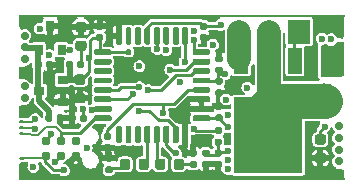
<source format=gtl>
G04 #@! TF.GenerationSoftware,KiCad,Pcbnew,(6.0.8)*
G04 #@! TF.CreationDate,2023-04-03T16:58:02+03:00*
G04 #@! TF.ProjectId,hellen1-wbo,68656c6c-656e-4312-9d77-626f2e6b6963,0.3*
G04 #@! TF.SameCoordinates,PX4a19ba0PY5aa5910*
G04 #@! TF.FileFunction,Copper,L1,Top*
G04 #@! TF.FilePolarity,Positive*
%FSLAX46Y46*%
G04 Gerber Fmt 4.6, Leading zero omitted, Abs format (unit mm)*
G04 Created by KiCad (PCBNEW (6.0.8)) date 2023-04-03 16:58:02*
%MOMM*%
%LPD*%
G01*
G04 APERTURE LIST*
G04 #@! TA.AperFunction,SMDPad,CuDef*
%ADD10R,0.900000X0.800000*%
G04 #@! TD*
G04 #@! TA.AperFunction,SMDPad,CuDef*
%ADD11R,1.200000X2.200000*%
G04 #@! TD*
G04 #@! TA.AperFunction,ComponentPad*
%ADD12C,1.300000*%
G04 #@! TD*
G04 #@! TA.AperFunction,SMDPad,CuDef*
%ADD13R,5.800000X6.400000*%
G04 #@! TD*
G04 #@! TA.AperFunction,SMDPad,CuDef*
%ADD14R,0.800000X0.900000*%
G04 #@! TD*
G04 #@! TA.AperFunction,ComponentPad*
%ADD15C,0.700000*%
G04 #@! TD*
G04 #@! TA.AperFunction,SMDPad,CuDef*
%ADD16C,3.000000*%
G04 #@! TD*
G04 #@! TA.AperFunction,SMDPad,CuDef*
%ADD17R,0.250000X3.000000*%
G04 #@! TD*
G04 #@! TA.AperFunction,SMDPad,CuDef*
%ADD18R,0.250000X1.450000*%
G04 #@! TD*
G04 #@! TA.AperFunction,SMDPad,CuDef*
%ADD19R,0.250000X0.980000*%
G04 #@! TD*
G04 #@! TA.AperFunction,SMDPad,CuDef*
%ADD20R,27.600000X0.250000*%
G04 #@! TD*
G04 #@! TA.AperFunction,SMDPad,CuDef*
%ADD21R,0.250000X1.100000*%
G04 #@! TD*
G04 #@! TA.AperFunction,SMDPad,CuDef*
%ADD22R,0.250000X1.950000*%
G04 #@! TD*
G04 #@! TA.AperFunction,SMDPad,CuDef*
%ADD23R,0.250000X0.950000*%
G04 #@! TD*
G04 #@! TA.AperFunction,ConnectorPad*
%ADD24C,0.787400*%
G04 #@! TD*
G04 #@! TA.AperFunction,ComponentPad*
%ADD25R,1.905000X2.000000*%
G04 #@! TD*
G04 #@! TA.AperFunction,ComponentPad*
%ADD26O,1.905000X2.000000*%
G04 #@! TD*
G04 #@! TA.AperFunction,ViaPad*
%ADD27C,0.600000*%
G04 #@! TD*
G04 #@! TA.AperFunction,Conductor*
%ADD28C,0.500000*%
G04 #@! TD*
G04 #@! TA.AperFunction,Conductor*
%ADD29C,0.250000*%
G04 #@! TD*
G04 #@! TA.AperFunction,Conductor*
%ADD30C,0.203200*%
G04 #@! TD*
G04 #@! TA.AperFunction,Conductor*
%ADD31C,2.999999*%
G04 #@! TD*
G04 #@! TA.AperFunction,Conductor*
%ADD32C,2.000000*%
G04 #@! TD*
G04 APERTURE END LIST*
G04 #@! TO.P,C612,1*
G04 #@! TO.N,VDDA*
G04 #@! TA.AperFunction,SMDPad,CuDef*
G36*
G01*
X17172500Y9070000D02*
X16827500Y9070000D01*
G75*
G02*
X16680000Y9217500I0J147500D01*
G01*
X16680000Y9512500D01*
G75*
G02*
X16827500Y9660000I147500J0D01*
G01*
X17172500Y9660000D01*
G75*
G02*
X17320000Y9512500I0J-147500D01*
G01*
X17320000Y9217500D01*
G75*
G02*
X17172500Y9070000I-147500J0D01*
G01*
G37*
G04 #@! TD.AperFunction*
G04 #@! TO.P,C612,2*
G04 #@! TO.N,GND*
G04 #@! TA.AperFunction,SMDPad,CuDef*
G36*
G01*
X17172500Y10040000D02*
X16827500Y10040000D01*
G75*
G02*
X16680000Y10187500I0J147500D01*
G01*
X16680000Y10482500D01*
G75*
G02*
X16827500Y10630000I147500J0D01*
G01*
X17172500Y10630000D01*
G75*
G02*
X17320000Y10482500I0J-147500D01*
G01*
X17320000Y10187500D01*
G75*
G02*
X17172500Y10040000I-147500J0D01*
G01*
G37*
G04 #@! TD.AperFunction*
G04 #@! TD*
G04 #@! TO.P,C613,1*
G04 #@! TO.N,+5V*
G04 #@! TA.AperFunction,SMDPad,CuDef*
G36*
G01*
X2295000Y5152500D02*
X2295000Y5497500D01*
G75*
G02*
X2442500Y5645000I147500J0D01*
G01*
X2737500Y5645000D01*
G75*
G02*
X2885000Y5497500I0J-147500D01*
G01*
X2885000Y5152500D01*
G75*
G02*
X2737500Y5005000I-147500J0D01*
G01*
X2442500Y5005000D01*
G75*
G02*
X2295000Y5152500I0J147500D01*
G01*
G37*
G04 #@! TD.AperFunction*
G04 #@! TO.P,C613,2*
G04 #@! TO.N,GND*
G04 #@! TA.AperFunction,SMDPad,CuDef*
G36*
G01*
X3265000Y5152500D02*
X3265000Y5497500D01*
G75*
G02*
X3412500Y5645000I147500J0D01*
G01*
X3707500Y5645000D01*
G75*
G02*
X3855000Y5497500I0J-147500D01*
G01*
X3855000Y5152500D01*
G75*
G02*
X3707500Y5005000I-147500J0D01*
G01*
X3412500Y5005000D01*
G75*
G02*
X3265000Y5152500I0J147500D01*
G01*
G37*
G04 #@! TD.AperFunction*
G04 #@! TD*
G04 #@! TO.P,C616,1*
G04 #@! TO.N,+3V3*
G04 #@! TA.AperFunction,SMDPad,CuDef*
G36*
G01*
X4968750Y9012500D02*
X5481250Y9012500D01*
G75*
G02*
X5700000Y8793750I0J-218750D01*
G01*
X5700000Y8356250D01*
G75*
G02*
X5481250Y8137500I-218750J0D01*
G01*
X4968750Y8137500D01*
G75*
G02*
X4750000Y8356250I0J218750D01*
G01*
X4750000Y8793750D01*
G75*
G02*
X4968750Y9012500I218750J0D01*
G01*
G37*
G04 #@! TD.AperFunction*
G04 #@! TO.P,C616,2*
G04 #@! TO.N,GND*
G04 #@! TA.AperFunction,SMDPad,CuDef*
G36*
G01*
X4968750Y7437500D02*
X5481250Y7437500D01*
G75*
G02*
X5700000Y7218750I0J-218750D01*
G01*
X5700000Y6781250D01*
G75*
G02*
X5481250Y6562500I-218750J0D01*
G01*
X4968750Y6562500D01*
G75*
G02*
X4750000Y6781250I0J218750D01*
G01*
X4750000Y7218750D01*
G75*
G02*
X4968750Y7437500I218750J0D01*
G01*
G37*
G04 #@! TD.AperFunction*
G04 #@! TD*
G04 #@! TO.P,R601,1*
G04 #@! TO.N,Net-(C600-Pad1)*
G04 #@! TA.AperFunction,SMDPad,CuDef*
G36*
G01*
X16777500Y2655000D02*
X17122500Y2655000D01*
G75*
G02*
X17270000Y2507500I0J-147500D01*
G01*
X17270000Y2212500D01*
G75*
G02*
X17122500Y2065000I-147500J0D01*
G01*
X16777500Y2065000D01*
G75*
G02*
X16630000Y2212500I0J147500D01*
G01*
X16630000Y2507500D01*
G75*
G02*
X16777500Y2655000I147500J0D01*
G01*
G37*
G04 #@! TD.AperFunction*
G04 #@! TO.P,R601,2*
G04 #@! TO.N,GND*
G04 #@! TA.AperFunction,SMDPad,CuDef*
G36*
G01*
X16777500Y1685000D02*
X17122500Y1685000D01*
G75*
G02*
X17270000Y1537500I0J-147500D01*
G01*
X17270000Y1242500D01*
G75*
G02*
X17122500Y1095000I-147500J0D01*
G01*
X16777500Y1095000D01*
G75*
G02*
X16630000Y1242500I0J147500D01*
G01*
X16630000Y1537500D01*
G75*
G02*
X16777500Y1685000I147500J0D01*
G01*
G37*
G04 #@! TD.AperFunction*
G04 #@! TD*
D10*
G04 #@! TO.P,U604,1,GND*
G04 #@! TO.N,GND*
X3775000Y6675000D03*
G04 #@! TO.P,U604,2,VO*
G04 #@! TO.N,+3V3*
X3775000Y8575000D03*
G04 #@! TO.P,U604,3,VI*
G04 #@! TO.N,+5V*
X1775000Y7625000D03*
G04 #@! TD*
G04 #@! TO.P,C600,1*
G04 #@! TO.N,Net-(C600-Pad1)*
G04 #@! TA.AperFunction,SMDPad,CuDef*
G36*
G01*
X15715000Y2655000D02*
X16060000Y2655000D01*
G75*
G02*
X16207500Y2507500I0J-147500D01*
G01*
X16207500Y2212500D01*
G75*
G02*
X16060000Y2065000I-147500J0D01*
G01*
X15715000Y2065000D01*
G75*
G02*
X15567500Y2212500I0J147500D01*
G01*
X15567500Y2507500D01*
G75*
G02*
X15715000Y2655000I147500J0D01*
G01*
G37*
G04 #@! TD.AperFunction*
G04 #@! TO.P,C600,2*
G04 #@! TO.N,GND*
G04 #@! TA.AperFunction,SMDPad,CuDef*
G36*
G01*
X15715000Y1685000D02*
X16060000Y1685000D01*
G75*
G02*
X16207500Y1537500I0J-147500D01*
G01*
X16207500Y1242500D01*
G75*
G02*
X16060000Y1095000I-147500J0D01*
G01*
X15715000Y1095000D01*
G75*
G02*
X15567500Y1242500I0J147500D01*
G01*
X15567500Y1537500D01*
G75*
G02*
X15715000Y1685000I147500J0D01*
G01*
G37*
G04 #@! TD.AperFunction*
G04 #@! TD*
G04 #@! TO.P,C611,1*
G04 #@! TO.N,VDDA*
G04 #@! TA.AperFunction,SMDPad,CuDef*
G36*
G01*
X16827500Y8730000D02*
X17172500Y8730000D01*
G75*
G02*
X17320000Y8582500I0J-147500D01*
G01*
X17320000Y8287500D01*
G75*
G02*
X17172500Y8140000I-147500J0D01*
G01*
X16827500Y8140000D01*
G75*
G02*
X16680000Y8287500I0J147500D01*
G01*
X16680000Y8582500D01*
G75*
G02*
X16827500Y8730000I147500J0D01*
G01*
G37*
G04 #@! TD.AperFunction*
G04 #@! TO.P,C611,2*
G04 #@! TO.N,GND*
G04 #@! TA.AperFunction,SMDPad,CuDef*
G36*
G01*
X16827500Y7760000D02*
X17172500Y7760000D01*
G75*
G02*
X17320000Y7612500I0J-147500D01*
G01*
X17320000Y7317500D01*
G75*
G02*
X17172500Y7170000I-147500J0D01*
G01*
X16827500Y7170000D01*
G75*
G02*
X16680000Y7317500I0J147500D01*
G01*
X16680000Y7612500D01*
G75*
G02*
X16827500Y7760000I147500J0D01*
G01*
G37*
G04 #@! TD.AperFunction*
G04 #@! TD*
G04 #@! TO.P,R617,1*
G04 #@! TO.N,GND*
G04 #@! TA.AperFunction,SMDPad,CuDef*
G36*
G01*
X15872500Y11845000D02*
X15527500Y11845000D01*
G75*
G02*
X15380000Y11992500I0J147500D01*
G01*
X15380000Y12287500D01*
G75*
G02*
X15527500Y12435000I147500J0D01*
G01*
X15872500Y12435000D01*
G75*
G02*
X16020000Y12287500I0J-147500D01*
G01*
X16020000Y11992500D01*
G75*
G02*
X15872500Y11845000I-147500J0D01*
G01*
G37*
G04 #@! TD.AperFunction*
G04 #@! TO.P,R617,2*
G04 #@! TO.N,/heater_pwm*
G04 #@! TA.AperFunction,SMDPad,CuDef*
G36*
G01*
X15872500Y12815000D02*
X15527500Y12815000D01*
G75*
G02*
X15380000Y12962500I0J147500D01*
G01*
X15380000Y13257500D01*
G75*
G02*
X15527500Y13405000I147500J0D01*
G01*
X15872500Y13405000D01*
G75*
G02*
X16020000Y13257500I0J-147500D01*
G01*
X16020000Y12962500D01*
G75*
G02*
X15872500Y12815000I-147500J0D01*
G01*
G37*
G04 #@! TD.AperFunction*
G04 #@! TD*
G04 #@! TO.P,C614,1*
G04 #@! TO.N,+3V3*
G04 #@! TA.AperFunction,SMDPad,CuDef*
G36*
G01*
X17172500Y5045000D02*
X16827500Y5045000D01*
G75*
G02*
X16680000Y5192500I0J147500D01*
G01*
X16680000Y5487500D01*
G75*
G02*
X16827500Y5635000I147500J0D01*
G01*
X17172500Y5635000D01*
G75*
G02*
X17320000Y5487500I0J-147500D01*
G01*
X17320000Y5192500D01*
G75*
G02*
X17172500Y5045000I-147500J0D01*
G01*
G37*
G04 #@! TD.AperFunction*
G04 #@! TO.P,C614,2*
G04 #@! TO.N,GND*
G04 #@! TA.AperFunction,SMDPad,CuDef*
G36*
G01*
X17172500Y6015000D02*
X16827500Y6015000D01*
G75*
G02*
X16680000Y6162500I0J147500D01*
G01*
X16680000Y6457500D01*
G75*
G02*
X16827500Y6605000I147500J0D01*
G01*
X17172500Y6605000D01*
G75*
G02*
X17320000Y6457500I0J-147500D01*
G01*
X17320000Y6162500D01*
G75*
G02*
X17172500Y6015000I-147500J0D01*
G01*
G37*
G04 #@! TD.AperFunction*
G04 #@! TD*
G04 #@! TO.P,C615,1*
G04 #@! TO.N,+3V3*
G04 #@! TA.AperFunction,SMDPad,CuDef*
G36*
G01*
X7072500Y11845000D02*
X6727500Y11845000D01*
G75*
G02*
X6580000Y11992500I0J147500D01*
G01*
X6580000Y12287500D01*
G75*
G02*
X6727500Y12435000I147500J0D01*
G01*
X7072500Y12435000D01*
G75*
G02*
X7220000Y12287500I0J-147500D01*
G01*
X7220000Y11992500D01*
G75*
G02*
X7072500Y11845000I-147500J0D01*
G01*
G37*
G04 #@! TD.AperFunction*
G04 #@! TO.P,C615,2*
G04 #@! TO.N,GND*
G04 #@! TA.AperFunction,SMDPad,CuDef*
G36*
G01*
X7072500Y12815000D02*
X6727500Y12815000D01*
G75*
G02*
X6580000Y12962500I0J147500D01*
G01*
X6580000Y13257500D01*
G75*
G02*
X6727500Y13405000I147500J0D01*
G01*
X7072500Y13405000D01*
G75*
G02*
X7220000Y13257500I0J-147500D01*
G01*
X7220000Y12962500D01*
G75*
G02*
X7072500Y12815000I-147500J0D01*
G01*
G37*
G04 #@! TD.AperFunction*
G04 #@! TD*
D11*
G04 #@! TO.P,Q600,1,G*
G04 #@! TO.N,Net-(Q600-Pad1)*
X23440000Y10150000D03*
D12*
G04 #@! TO.P,Q600,2,D*
G04 #@! TO.N,/LSU_H+*
X23160000Y2950000D03*
X21160000Y5950000D03*
X19160000Y2950000D03*
D13*
X21160000Y3850000D03*
D11*
G04 #@! TO.P,Q600,3,S*
G04 #@! TO.N,/LSU_H-*
X18880000Y10150000D03*
G04 #@! TD*
G04 #@! TO.P,R625,1*
G04 #@! TO.N,GND*
G04 #@! TA.AperFunction,SMDPad,CuDef*
G36*
G01*
X4270000Y5127500D02*
X4270000Y5472500D01*
G75*
G02*
X4417500Y5620000I147500J0D01*
G01*
X4712500Y5620000D01*
G75*
G02*
X4860000Y5472500I0J-147500D01*
G01*
X4860000Y5127500D01*
G75*
G02*
X4712500Y4980000I-147500J0D01*
G01*
X4417500Y4980000D01*
G75*
G02*
X4270000Y5127500I0J147500D01*
G01*
G37*
G04 #@! TD.AperFunction*
G04 #@! TO.P,R625,2*
G04 #@! TO.N,/Boot0*
G04 #@! TA.AperFunction,SMDPad,CuDef*
G36*
G01*
X5240000Y5127500D02*
X5240000Y5472500D01*
G75*
G02*
X5387500Y5620000I147500J0D01*
G01*
X5682500Y5620000D01*
G75*
G02*
X5830000Y5472500I0J-147500D01*
G01*
X5830000Y5127500D01*
G75*
G02*
X5682500Y4980000I-147500J0D01*
G01*
X5387500Y4980000D01*
G75*
G02*
X5240000Y5127500I0J147500D01*
G01*
G37*
G04 #@! TD.AperFunction*
G04 #@! TD*
G04 #@! TO.P,D601,1,K*
G04 #@! TO.N,Net-(D601-Pad1)*
G04 #@! TA.AperFunction,SMDPad,CuDef*
G36*
G01*
X14050000Y1656250D02*
X14050000Y1143750D01*
G75*
G02*
X13831250Y925000I-218750J0D01*
G01*
X13393750Y925000D01*
G75*
G02*
X13175000Y1143750I0J218750D01*
G01*
X13175000Y1656250D01*
G75*
G02*
X13393750Y1875000I218750J0D01*
G01*
X13831250Y1875000D01*
G75*
G02*
X14050000Y1656250I0J-218750D01*
G01*
G37*
G04 #@! TD.AperFunction*
G04 #@! TO.P,D601,2,A*
G04 #@! TO.N,/LED_GREEN*
G04 #@! TA.AperFunction,SMDPad,CuDef*
G36*
G01*
X12475000Y1656250D02*
X12475000Y1143750D01*
G75*
G02*
X12256250Y925000I-218750J0D01*
G01*
X11818750Y925000D01*
G75*
G02*
X11600000Y1143750I0J218750D01*
G01*
X11600000Y1656250D01*
G75*
G02*
X11818750Y1875000I218750J0D01*
G01*
X12256250Y1875000D01*
G75*
G02*
X12475000Y1656250I0J-218750D01*
G01*
G37*
G04 #@! TD.AperFunction*
G04 #@! TD*
G04 #@! TO.P,R626,1*
G04 #@! TO.N,GND*
G04 #@! TA.AperFunction,SMDPad,CuDef*
G36*
G01*
X14652500Y2655000D02*
X14997500Y2655000D01*
G75*
G02*
X15145000Y2507500I0J-147500D01*
G01*
X15145000Y2212500D01*
G75*
G02*
X14997500Y2065000I-147500J0D01*
G01*
X14652500Y2065000D01*
G75*
G02*
X14505000Y2212500I0J147500D01*
G01*
X14505000Y2507500D01*
G75*
G02*
X14652500Y2655000I147500J0D01*
G01*
G37*
G04 #@! TD.AperFunction*
G04 #@! TO.P,R626,2*
G04 #@! TO.N,Net-(D601-Pad1)*
G04 #@! TA.AperFunction,SMDPad,CuDef*
G36*
G01*
X14652500Y1685000D02*
X14997500Y1685000D01*
G75*
G02*
X15145000Y1537500I0J-147500D01*
G01*
X15145000Y1242500D01*
G75*
G02*
X14997500Y1095000I-147500J0D01*
G01*
X14652500Y1095000D01*
G75*
G02*
X14505000Y1242500I0J147500D01*
G01*
X14505000Y1537500D01*
G75*
G02*
X14652500Y1685000I147500J0D01*
G01*
G37*
G04 #@! TD.AperFunction*
G04 #@! TD*
G04 #@! TO.P,D600,1,K*
G04 #@! TO.N,GND*
G04 #@! TA.AperFunction,SMDPad,CuDef*
G36*
G01*
X25856250Y1500000D02*
X25343750Y1500000D01*
G75*
G02*
X25125000Y1718750I0J218750D01*
G01*
X25125000Y2156250D01*
G75*
G02*
X25343750Y2375000I218750J0D01*
G01*
X25856250Y2375000D01*
G75*
G02*
X26075000Y2156250I0J-218750D01*
G01*
X26075000Y1718750D01*
G75*
G02*
X25856250Y1500000I-218750J0D01*
G01*
G37*
G04 #@! TD.AperFunction*
G04 #@! TO.P,D600,2,A*
G04 #@! TO.N,Net-(D600-Pad2)*
G04 #@! TA.AperFunction,SMDPad,CuDef*
G36*
G01*
X25856250Y3075000D02*
X25343750Y3075000D01*
G75*
G02*
X25125000Y3293750I0J218750D01*
G01*
X25125000Y3731250D01*
G75*
G02*
X25343750Y3950000I218750J0D01*
G01*
X25856250Y3950000D01*
G75*
G02*
X26075000Y3731250I0J-218750D01*
G01*
X26075000Y3293750D01*
G75*
G02*
X25856250Y3075000I-218750J0D01*
G01*
G37*
G04 #@! TD.AperFunction*
G04 #@! TD*
G04 #@! TO.P,D602,1,K*
G04 #@! TO.N,Net-(D602-Pad1)*
G04 #@! TA.AperFunction,SMDPad,CuDef*
G36*
G01*
X8625000Y1143750D02*
X8625000Y1656250D01*
G75*
G02*
X8843750Y1875000I218750J0D01*
G01*
X9281250Y1875000D01*
G75*
G02*
X9500000Y1656250I0J-218750D01*
G01*
X9500000Y1143750D01*
G75*
G02*
X9281250Y925000I-218750J0D01*
G01*
X8843750Y925000D01*
G75*
G02*
X8625000Y1143750I0J218750D01*
G01*
G37*
G04 #@! TD.AperFunction*
G04 #@! TO.P,D602,2,A*
G04 #@! TO.N,/LED_BLUE*
G04 #@! TA.AperFunction,SMDPad,CuDef*
G36*
G01*
X10200000Y1143750D02*
X10200000Y1656250D01*
G75*
G02*
X10418750Y1875000I218750J0D01*
G01*
X10856250Y1875000D01*
G75*
G02*
X11075000Y1656250I0J-218750D01*
G01*
X11075000Y1143750D01*
G75*
G02*
X10856250Y925000I-218750J0D01*
G01*
X10418750Y925000D01*
G75*
G02*
X10200000Y1143750I0J218750D01*
G01*
G37*
G04 #@! TD.AperFunction*
G04 #@! TD*
G04 #@! TO.P,R627,1*
G04 #@! TO.N,GND*
G04 #@! TA.AperFunction,SMDPad,CuDef*
G36*
G01*
X7527500Y2205000D02*
X7872500Y2205000D01*
G75*
G02*
X8020000Y2057500I0J-147500D01*
G01*
X8020000Y1762500D01*
G75*
G02*
X7872500Y1615000I-147500J0D01*
G01*
X7527500Y1615000D01*
G75*
G02*
X7380000Y1762500I0J147500D01*
G01*
X7380000Y2057500D01*
G75*
G02*
X7527500Y2205000I147500J0D01*
G01*
G37*
G04 #@! TD.AperFunction*
G04 #@! TO.P,R627,2*
G04 #@! TO.N,Net-(D602-Pad1)*
G04 #@! TA.AperFunction,SMDPad,CuDef*
G36*
G01*
X7527500Y1235000D02*
X7872500Y1235000D01*
G75*
G02*
X8020000Y1087500I0J-147500D01*
G01*
X8020000Y792500D01*
G75*
G02*
X7872500Y645000I-147500J0D01*
G01*
X7527500Y645000D01*
G75*
G02*
X7380000Y792500I0J147500D01*
G01*
X7380000Y1087500D01*
G75*
G02*
X7527500Y1235000I147500J0D01*
G01*
G37*
G04 #@! TD.AperFunction*
G04 #@! TD*
G04 #@! TO.P,U602,1,VDD*
G04 #@! TO.N,+3V3*
G04 #@! TA.AperFunction,SMDPad,CuDef*
G36*
G01*
X16275000Y5425000D02*
X16275000Y5175000D01*
G75*
G02*
X16150000Y5050000I-125000J0D01*
G01*
X14900000Y5050000D01*
G75*
G02*
X14775000Y5175000I0J125000D01*
G01*
X14775000Y5425000D01*
G75*
G02*
X14900000Y5550000I125000J0D01*
G01*
X16150000Y5550000D01*
G75*
G02*
X16275000Y5425000I0J-125000D01*
G01*
G37*
G04 #@! TD.AperFunction*
G04 #@! TO.P,U602,2,PF0*
G04 #@! TO.N,GND*
G04 #@! TA.AperFunction,SMDPad,CuDef*
G36*
G01*
X16275000Y6225000D02*
X16275000Y5975000D01*
G75*
G02*
X16150000Y5850000I-125000J0D01*
G01*
X14900000Y5850000D01*
G75*
G02*
X14775000Y5975000I0J125000D01*
G01*
X14775000Y6225000D01*
G75*
G02*
X14900000Y6350000I125000J0D01*
G01*
X16150000Y6350000D01*
G75*
G02*
X16275000Y6225000I0J-125000D01*
G01*
G37*
G04 #@! TD.AperFunction*
G04 #@! TO.P,U602,3,PF1*
G04 #@! TA.AperFunction,SMDPad,CuDef*
G36*
G01*
X16275000Y7025000D02*
X16275000Y6775000D01*
G75*
G02*
X16150000Y6650000I-125000J0D01*
G01*
X14900000Y6650000D01*
G75*
G02*
X14775000Y6775000I0J125000D01*
G01*
X14775000Y7025000D01*
G75*
G02*
X14900000Y7150000I125000J0D01*
G01*
X16150000Y7150000D01*
G75*
G02*
X16275000Y7025000I0J-125000D01*
G01*
G37*
G04 #@! TD.AperFunction*
G04 #@! TO.P,U602,4,NRST*
G04 #@! TO.N,/nRESET*
G04 #@! TA.AperFunction,SMDPad,CuDef*
G36*
G01*
X16275000Y7825000D02*
X16275000Y7575000D01*
G75*
G02*
X16150000Y7450000I-125000J0D01*
G01*
X14900000Y7450000D01*
G75*
G02*
X14775000Y7575000I0J125000D01*
G01*
X14775000Y7825000D01*
G75*
G02*
X14900000Y7950000I125000J0D01*
G01*
X16150000Y7950000D01*
G75*
G02*
X16275000Y7825000I0J-125000D01*
G01*
G37*
G04 #@! TD.AperFunction*
G04 #@! TO.P,U602,5,VDDA*
G04 #@! TO.N,VDDA*
G04 #@! TA.AperFunction,SMDPad,CuDef*
G36*
G01*
X16275000Y8625000D02*
X16275000Y8375000D01*
G75*
G02*
X16150000Y8250000I-125000J0D01*
G01*
X14900000Y8250000D01*
G75*
G02*
X14775000Y8375000I0J125000D01*
G01*
X14775000Y8625000D01*
G75*
G02*
X14900000Y8750000I125000J0D01*
G01*
X16150000Y8750000D01*
G75*
G02*
X16275000Y8625000I0J-125000D01*
G01*
G37*
G04 #@! TD.AperFunction*
G04 #@! TO.P,U602,6,PA0*
G04 #@! TO.N,/Un_sense*
G04 #@! TA.AperFunction,SMDPad,CuDef*
G36*
G01*
X16275000Y9425000D02*
X16275000Y9175000D01*
G75*
G02*
X16150000Y9050000I-125000J0D01*
G01*
X14900000Y9050000D01*
G75*
G02*
X14775000Y9175000I0J125000D01*
G01*
X14775000Y9425000D01*
G75*
G02*
X14900000Y9550000I125000J0D01*
G01*
X16150000Y9550000D01*
G75*
G02*
X16275000Y9425000I0J-125000D01*
G01*
G37*
G04 #@! TD.AperFunction*
G04 #@! TO.P,U602,7,PA1*
G04 #@! TO.N,/LSU_Vm*
G04 #@! TA.AperFunction,SMDPad,CuDef*
G36*
G01*
X16275000Y10225000D02*
X16275000Y9975000D01*
G75*
G02*
X16150000Y9850000I-125000J0D01*
G01*
X14900000Y9850000D01*
G75*
G02*
X14775000Y9975000I0J125000D01*
G01*
X14775000Y10225000D01*
G75*
G02*
X14900000Y10350000I125000J0D01*
G01*
X16150000Y10350000D01*
G75*
G02*
X16275000Y10225000I0J-125000D01*
G01*
G37*
G04 #@! TD.AperFunction*
G04 #@! TO.P,U602,8,PA2*
G04 #@! TO.N,/Ip_sense*
G04 #@! TA.AperFunction,SMDPad,CuDef*
G36*
G01*
X16275000Y11025000D02*
X16275000Y10775000D01*
G75*
G02*
X16150000Y10650000I-125000J0D01*
G01*
X14900000Y10650000D01*
G75*
G02*
X14775000Y10775000I0J125000D01*
G01*
X14775000Y11025000D01*
G75*
G02*
X14900000Y11150000I125000J0D01*
G01*
X16150000Y11150000D01*
G75*
G02*
X16275000Y11025000I0J-125000D01*
G01*
G37*
G04 #@! TD.AperFunction*
G04 #@! TO.P,U602,9,PA3*
G04 #@! TO.N,/Vm*
G04 #@! TA.AperFunction,SMDPad,CuDef*
G36*
G01*
X14400000Y12900000D02*
X14400000Y11650000D01*
G75*
G02*
X14275000Y11525000I-125000J0D01*
G01*
X14025000Y11525000D01*
G75*
G02*
X13900000Y11650000I0J125000D01*
G01*
X13900000Y12900000D01*
G75*
G02*
X14025000Y13025000I125000J0D01*
G01*
X14275000Y13025000D01*
G75*
G02*
X14400000Y12900000I0J-125000D01*
G01*
G37*
G04 #@! TD.AperFunction*
G04 #@! TO.P,U602,10,PA4*
G04 #@! TO.N,unconnected-(U602-Pad10)*
G04 #@! TA.AperFunction,SMDPad,CuDef*
G36*
G01*
X13600000Y12900000D02*
X13600000Y11650000D01*
G75*
G02*
X13475000Y11525000I-125000J0D01*
G01*
X13225000Y11525000D01*
G75*
G02*
X13100000Y11650000I0J125000D01*
G01*
X13100000Y12900000D01*
G75*
G02*
X13225000Y13025000I125000J0D01*
G01*
X13475000Y13025000D01*
G75*
G02*
X13600000Y12900000I0J-125000D01*
G01*
G37*
G04 #@! TD.AperFunction*
G04 #@! TO.P,U602,11,PA5*
G04 #@! TO.N,unconnected-(U602-Pad11)*
G04 #@! TA.AperFunction,SMDPad,CuDef*
G36*
G01*
X12800000Y12900000D02*
X12800000Y11650000D01*
G75*
G02*
X12675000Y11525000I-125000J0D01*
G01*
X12425000Y11525000D01*
G75*
G02*
X12300000Y11650000I0J125000D01*
G01*
X12300000Y12900000D01*
G75*
G02*
X12425000Y13025000I125000J0D01*
G01*
X12675000Y13025000D01*
G75*
G02*
X12800000Y12900000I0J-125000D01*
G01*
G37*
G04 #@! TD.AperFunction*
G04 #@! TO.P,U602,12,PA6*
G04 #@! TO.N,/Ip_dac*
G04 #@! TA.AperFunction,SMDPad,CuDef*
G36*
G01*
X12000000Y12900000D02*
X12000000Y11650000D01*
G75*
G02*
X11875000Y11525000I-125000J0D01*
G01*
X11625000Y11525000D01*
G75*
G02*
X11500000Y11650000I0J125000D01*
G01*
X11500000Y12900000D01*
G75*
G02*
X11625000Y13025000I125000J0D01*
G01*
X11875000Y13025000D01*
G75*
G02*
X12000000Y12900000I0J-125000D01*
G01*
G37*
G04 #@! TD.AperFunction*
G04 #@! TO.P,U602,13,PA7*
G04 #@! TO.N,/heater_pwm*
G04 #@! TA.AperFunction,SMDPad,CuDef*
G36*
G01*
X11200000Y12900000D02*
X11200000Y11650000D01*
G75*
G02*
X11075000Y11525000I-125000J0D01*
G01*
X10825000Y11525000D01*
G75*
G02*
X10700000Y11650000I0J125000D01*
G01*
X10700000Y12900000D01*
G75*
G02*
X10825000Y13025000I125000J0D01*
G01*
X11075000Y13025000D01*
G75*
G02*
X11200000Y12900000I0J-125000D01*
G01*
G37*
G04 #@! TD.AperFunction*
G04 #@! TO.P,U602,14,PB0*
G04 #@! TO.N,unconnected-(U602-Pad14)*
G04 #@! TA.AperFunction,SMDPad,CuDef*
G36*
G01*
X10400000Y12900000D02*
X10400000Y11650000D01*
G75*
G02*
X10275000Y11525000I-125000J0D01*
G01*
X10025000Y11525000D01*
G75*
G02*
X9900000Y11650000I0J125000D01*
G01*
X9900000Y12900000D01*
G75*
G02*
X10025000Y13025000I125000J0D01*
G01*
X10275000Y13025000D01*
G75*
G02*
X10400000Y12900000I0J-125000D01*
G01*
G37*
G04 #@! TD.AperFunction*
G04 #@! TO.P,U602,15,PB1*
G04 #@! TO.N,/SEL1*
G04 #@! TA.AperFunction,SMDPad,CuDef*
G36*
G01*
X9600000Y12900000D02*
X9600000Y11650000D01*
G75*
G02*
X9475000Y11525000I-125000J0D01*
G01*
X9225000Y11525000D01*
G75*
G02*
X9100000Y11650000I0J125000D01*
G01*
X9100000Y12900000D01*
G75*
G02*
X9225000Y13025000I125000J0D01*
G01*
X9475000Y13025000D01*
G75*
G02*
X9600000Y12900000I0J-125000D01*
G01*
G37*
G04 #@! TD.AperFunction*
G04 #@! TO.P,U602,16,VSS*
G04 #@! TO.N,GND*
G04 #@! TA.AperFunction,SMDPad,CuDef*
G36*
G01*
X8800000Y12900000D02*
X8800000Y11650000D01*
G75*
G02*
X8675000Y11525000I-125000J0D01*
G01*
X8425000Y11525000D01*
G75*
G02*
X8300000Y11650000I0J125000D01*
G01*
X8300000Y12900000D01*
G75*
G02*
X8425000Y13025000I125000J0D01*
G01*
X8675000Y13025000D01*
G75*
G02*
X8800000Y12900000I0J-125000D01*
G01*
G37*
G04 #@! TD.AperFunction*
G04 #@! TO.P,U602,17,VDDIO2*
G04 #@! TO.N,+3V3*
G04 #@! TA.AperFunction,SMDPad,CuDef*
G36*
G01*
X7925000Y11025000D02*
X7925000Y10775000D01*
G75*
G02*
X7800000Y10650000I-125000J0D01*
G01*
X6550000Y10650000D01*
G75*
G02*
X6425000Y10775000I0J125000D01*
G01*
X6425000Y11025000D01*
G75*
G02*
X6550000Y11150000I125000J0D01*
G01*
X7800000Y11150000D01*
G75*
G02*
X7925000Y11025000I0J-125000D01*
G01*
G37*
G04 #@! TD.AperFunction*
G04 #@! TO.P,U602,18,PA8*
G04 #@! TO.N,/SEL2*
G04 #@! TA.AperFunction,SMDPad,CuDef*
G36*
G01*
X7925000Y10225000D02*
X7925000Y9975000D01*
G75*
G02*
X7800000Y9850000I-125000J0D01*
G01*
X6550000Y9850000D01*
G75*
G02*
X6425000Y9975000I0J125000D01*
G01*
X6425000Y10225000D01*
G75*
G02*
X6550000Y10350000I125000J0D01*
G01*
X7800000Y10350000D01*
G75*
G02*
X7925000Y10225000I0J-125000D01*
G01*
G37*
G04 #@! TD.AperFunction*
G04 #@! TO.P,U602,19,PA9*
G04 #@! TO.N,unconnected-(U602-Pad19)*
G04 #@! TA.AperFunction,SMDPad,CuDef*
G36*
G01*
X7925000Y9425000D02*
X7925000Y9175000D01*
G75*
G02*
X7800000Y9050000I-125000J0D01*
G01*
X6550000Y9050000D01*
G75*
G02*
X6425000Y9175000I0J125000D01*
G01*
X6425000Y9425000D01*
G75*
G02*
X6550000Y9550000I125000J0D01*
G01*
X7800000Y9550000D01*
G75*
G02*
X7925000Y9425000I0J-125000D01*
G01*
G37*
G04 #@! TD.AperFunction*
G04 #@! TO.P,U602,20,PA10*
G04 #@! TO.N,unconnected-(U602-Pad20)*
G04 #@! TA.AperFunction,SMDPad,CuDef*
G36*
G01*
X7925000Y8625000D02*
X7925000Y8375000D01*
G75*
G02*
X7800000Y8250000I-125000J0D01*
G01*
X6550000Y8250000D01*
G75*
G02*
X6425000Y8375000I0J125000D01*
G01*
X6425000Y8625000D01*
G75*
G02*
X6550000Y8750000I125000J0D01*
G01*
X7800000Y8750000D01*
G75*
G02*
X7925000Y8625000I0J-125000D01*
G01*
G37*
G04 #@! TD.AperFunction*
G04 #@! TO.P,U602,21,PA11*
G04 #@! TO.N,/CAN_RX*
G04 #@! TA.AperFunction,SMDPad,CuDef*
G36*
G01*
X7925000Y7825000D02*
X7925000Y7575000D01*
G75*
G02*
X7800000Y7450000I-125000J0D01*
G01*
X6550000Y7450000D01*
G75*
G02*
X6425000Y7575000I0J125000D01*
G01*
X6425000Y7825000D01*
G75*
G02*
X6550000Y7950000I125000J0D01*
G01*
X7800000Y7950000D01*
G75*
G02*
X7925000Y7825000I0J-125000D01*
G01*
G37*
G04 #@! TD.AperFunction*
G04 #@! TO.P,U602,22,PA12*
G04 #@! TO.N,/CAN_TX*
G04 #@! TA.AperFunction,SMDPad,CuDef*
G36*
G01*
X7925000Y7025000D02*
X7925000Y6775000D01*
G75*
G02*
X7800000Y6650000I-125000J0D01*
G01*
X6550000Y6650000D01*
G75*
G02*
X6425000Y6775000I0J125000D01*
G01*
X6425000Y7025000D01*
G75*
G02*
X6550000Y7150000I125000J0D01*
G01*
X7800000Y7150000D01*
G75*
G02*
X7925000Y7025000I0J-125000D01*
G01*
G37*
G04 #@! TD.AperFunction*
G04 #@! TO.P,U602,23,PA13*
G04 #@! TO.N,/SWDIO*
G04 #@! TA.AperFunction,SMDPad,CuDef*
G36*
G01*
X7925000Y6225000D02*
X7925000Y5975000D01*
G75*
G02*
X7800000Y5850000I-125000J0D01*
G01*
X6550000Y5850000D01*
G75*
G02*
X6425000Y5975000I0J125000D01*
G01*
X6425000Y6225000D01*
G75*
G02*
X6550000Y6350000I125000J0D01*
G01*
X7800000Y6350000D01*
G75*
G02*
X7925000Y6225000I0J-125000D01*
G01*
G37*
G04 #@! TD.AperFunction*
G04 #@! TO.P,U602,24,PA14*
G04 #@! TO.N,/SWCLK*
G04 #@! TA.AperFunction,SMDPad,CuDef*
G36*
G01*
X7925000Y5425000D02*
X7925000Y5175000D01*
G75*
G02*
X7800000Y5050000I-125000J0D01*
G01*
X6550000Y5050000D01*
G75*
G02*
X6425000Y5175000I0J125000D01*
G01*
X6425000Y5425000D01*
G75*
G02*
X6550000Y5550000I125000J0D01*
G01*
X7800000Y5550000D01*
G75*
G02*
X7925000Y5425000I0J-125000D01*
G01*
G37*
G04 #@! TD.AperFunction*
G04 #@! TO.P,U602,25,PA15*
G04 #@! TO.N,unconnected-(U602-Pad25)*
G04 #@! TA.AperFunction,SMDPad,CuDef*
G36*
G01*
X8800000Y4550000D02*
X8800000Y3300000D01*
G75*
G02*
X8675000Y3175000I-125000J0D01*
G01*
X8425000Y3175000D01*
G75*
G02*
X8300000Y3300000I0J125000D01*
G01*
X8300000Y4550000D01*
G75*
G02*
X8425000Y4675000I125000J0D01*
G01*
X8675000Y4675000D01*
G75*
G02*
X8800000Y4550000I0J-125000D01*
G01*
G37*
G04 #@! TD.AperFunction*
G04 #@! TO.P,U602,26,PB3*
G04 #@! TO.N,unconnected-(U602-Pad26)*
G04 #@! TA.AperFunction,SMDPad,CuDef*
G36*
G01*
X9600000Y4550000D02*
X9600000Y3300000D01*
G75*
G02*
X9475000Y3175000I-125000J0D01*
G01*
X9225000Y3175000D01*
G75*
G02*
X9100000Y3300000I0J125000D01*
G01*
X9100000Y4550000D01*
G75*
G02*
X9225000Y4675000I125000J0D01*
G01*
X9475000Y4675000D01*
G75*
G02*
X9600000Y4550000I0J-125000D01*
G01*
G37*
G04 #@! TD.AperFunction*
G04 #@! TO.P,U602,27,PB4*
G04 #@! TO.N,unconnected-(U602-Pad27)*
G04 #@! TA.AperFunction,SMDPad,CuDef*
G36*
G01*
X10400000Y4550000D02*
X10400000Y3300000D01*
G75*
G02*
X10275000Y3175000I-125000J0D01*
G01*
X10025000Y3175000D01*
G75*
G02*
X9900000Y3300000I0J125000D01*
G01*
X9900000Y4550000D01*
G75*
G02*
X10025000Y4675000I125000J0D01*
G01*
X10275000Y4675000D01*
G75*
G02*
X10400000Y4550000I0J-125000D01*
G01*
G37*
G04 #@! TD.AperFunction*
G04 #@! TO.P,U602,28,PB5*
G04 #@! TO.N,/LED_BLUE*
G04 #@! TA.AperFunction,SMDPad,CuDef*
G36*
G01*
X11200000Y4550000D02*
X11200000Y3300000D01*
G75*
G02*
X11075000Y3175000I-125000J0D01*
G01*
X10825000Y3175000D01*
G75*
G02*
X10700000Y3300000I0J125000D01*
G01*
X10700000Y4550000D01*
G75*
G02*
X10825000Y4675000I125000J0D01*
G01*
X11075000Y4675000D01*
G75*
G02*
X11200000Y4550000I0J-125000D01*
G01*
G37*
G04 #@! TD.AperFunction*
G04 #@! TO.P,U602,29,PB6*
G04 #@! TO.N,/LED_GREEN*
G04 #@! TA.AperFunction,SMDPad,CuDef*
G36*
G01*
X12000000Y4550000D02*
X12000000Y3300000D01*
G75*
G02*
X11875000Y3175000I-125000J0D01*
G01*
X11625000Y3175000D01*
G75*
G02*
X11500000Y3300000I0J125000D01*
G01*
X11500000Y4550000D01*
G75*
G02*
X11625000Y4675000I125000J0D01*
G01*
X11875000Y4675000D01*
G75*
G02*
X12000000Y4550000I0J-125000D01*
G01*
G37*
G04 #@! TD.AperFunction*
G04 #@! TO.P,U602,30,PB7*
G04 #@! TO.N,/Nernst_esr_drive*
G04 #@! TA.AperFunction,SMDPad,CuDef*
G36*
G01*
X12800000Y4550000D02*
X12800000Y3300000D01*
G75*
G02*
X12675000Y3175000I-125000J0D01*
G01*
X12425000Y3175000D01*
G75*
G02*
X12300000Y3300000I0J125000D01*
G01*
X12300000Y4550000D01*
G75*
G02*
X12425000Y4675000I125000J0D01*
G01*
X12675000Y4675000D01*
G75*
G02*
X12800000Y4550000I0J-125000D01*
G01*
G37*
G04 #@! TD.AperFunction*
G04 #@! TO.P,U602,31,PB8*
G04 #@! TO.N,/Boot0*
G04 #@! TA.AperFunction,SMDPad,CuDef*
G36*
G01*
X13600000Y4550000D02*
X13600000Y3300000D01*
G75*
G02*
X13475000Y3175000I-125000J0D01*
G01*
X13225000Y3175000D01*
G75*
G02*
X13100000Y3300000I0J125000D01*
G01*
X13100000Y4550000D01*
G75*
G02*
X13225000Y4675000I125000J0D01*
G01*
X13475000Y4675000D01*
G75*
G02*
X13600000Y4550000I0J-125000D01*
G01*
G37*
G04 #@! TD.AperFunction*
G04 #@! TO.P,U602,32,VSSA*
G04 #@! TO.N,GND*
G04 #@! TA.AperFunction,SMDPad,CuDef*
G36*
G01*
X14400000Y4550000D02*
X14400000Y3300000D01*
G75*
G02*
X14275000Y3175000I-125000J0D01*
G01*
X14025000Y3175000D01*
G75*
G02*
X13900000Y3300000I0J125000D01*
G01*
X13900000Y4550000D01*
G75*
G02*
X14025000Y4675000I125000J0D01*
G01*
X14275000Y4675000D01*
G75*
G02*
X14400000Y4550000I0J-125000D01*
G01*
G37*
G04 #@! TD.AperFunction*
G04 #@! TD*
G04 #@! TO.P,R628,1*
G04 #@! TO.N,Net-(D603-Pad2)*
G04 #@! TA.AperFunction,SMDPad,CuDef*
G36*
G01*
X5605000Y10022500D02*
X5605000Y9677500D01*
G75*
G02*
X5457500Y9530000I-147500J0D01*
G01*
X5162500Y9530000D01*
G75*
G02*
X5015000Y9677500I0J147500D01*
G01*
X5015000Y10022500D01*
G75*
G02*
X5162500Y10170000I147500J0D01*
G01*
X5457500Y10170000D01*
G75*
G02*
X5605000Y10022500I0J-147500D01*
G01*
G37*
G04 #@! TD.AperFunction*
G04 #@! TO.P,R628,2*
G04 #@! TO.N,+3V3*
G04 #@! TA.AperFunction,SMDPad,CuDef*
G36*
G01*
X4635000Y10022500D02*
X4635000Y9677500D01*
G75*
G02*
X4487500Y9530000I-147500J0D01*
G01*
X4192500Y9530000D01*
G75*
G02*
X4045000Y9677500I0J147500D01*
G01*
X4045000Y10022500D01*
G75*
G02*
X4192500Y10170000I147500J0D01*
G01*
X4487500Y10170000D01*
G75*
G02*
X4635000Y10022500I0J-147500D01*
G01*
G37*
G04 #@! TD.AperFunction*
G04 #@! TD*
G04 #@! TO.P,C609,1*
G04 #@! TO.N,/nRESET*
G04 #@! TA.AperFunction,SMDPad,CuDef*
G36*
G01*
X7402500Y4080000D02*
X7747500Y4080000D01*
G75*
G02*
X7895000Y3932500I0J-147500D01*
G01*
X7895000Y3637500D01*
G75*
G02*
X7747500Y3490000I-147500J0D01*
G01*
X7402500Y3490000D01*
G75*
G02*
X7255000Y3637500I0J147500D01*
G01*
X7255000Y3932500D01*
G75*
G02*
X7402500Y4080000I147500J0D01*
G01*
G37*
G04 #@! TD.AperFunction*
G04 #@! TO.P,C609,2*
G04 #@! TO.N,GND*
G04 #@! TA.AperFunction,SMDPad,CuDef*
G36*
G01*
X7402500Y3110000D02*
X7747500Y3110000D01*
G75*
G02*
X7895000Y2962500I0J-147500D01*
G01*
X7895000Y2667500D01*
G75*
G02*
X7747500Y2520000I-147500J0D01*
G01*
X7402500Y2520000D01*
G75*
G02*
X7255000Y2667500I0J147500D01*
G01*
X7255000Y2962500D01*
G75*
G02*
X7402500Y3110000I147500J0D01*
G01*
G37*
G04 #@! TD.AperFunction*
G04 #@! TD*
G04 #@! TO.P,C610,1*
G04 #@! TO.N,+5V*
G04 #@! TA.AperFunction,SMDPad,CuDef*
G36*
G01*
X1397000Y9677500D02*
X1397000Y10022500D01*
G75*
G02*
X1544500Y10170000I147500J0D01*
G01*
X1839500Y10170000D01*
G75*
G02*
X1987000Y10022500I0J-147500D01*
G01*
X1987000Y9677500D01*
G75*
G02*
X1839500Y9530000I-147500J0D01*
G01*
X1544500Y9530000D01*
G75*
G02*
X1397000Y9677500I0J147500D01*
G01*
G37*
G04 #@! TD.AperFunction*
G04 #@! TO.P,C610,2*
G04 #@! TO.N,GND*
G04 #@! TA.AperFunction,SMDPad,CuDef*
G36*
G01*
X2367000Y9677500D02*
X2367000Y10022500D01*
G75*
G02*
X2514500Y10170000I147500J0D01*
G01*
X2809500Y10170000D01*
G75*
G02*
X2957000Y10022500I0J-147500D01*
G01*
X2957000Y9677500D01*
G75*
G02*
X2809500Y9530000I-147500J0D01*
G01*
X2514500Y9530000D01*
G75*
G02*
X2367000Y9677500I0J147500D01*
G01*
G37*
G04 #@! TD.AperFunction*
G04 #@! TD*
D14*
G04 #@! TO.P,U603,1,IN*
G04 #@! TO.N,+5V*
X1775000Y11100000D03*
G04 #@! TO.P,U603,2,OUT*
G04 #@! TO.N,VDDA*
X3675000Y11100000D03*
G04 #@! TO.P,U603,3,GND*
G04 #@! TO.N,GND*
X2725000Y13100000D03*
G04 #@! TD*
G04 #@! TO.P,R600,1*
G04 #@! TO.N,VDDA*
G04 #@! TA.AperFunction,SMDPad,CuDef*
G36*
G01*
X16777500Y4555000D02*
X17122500Y4555000D01*
G75*
G02*
X17270000Y4407500I0J-147500D01*
G01*
X17270000Y4112500D01*
G75*
G02*
X17122500Y3965000I-147500J0D01*
G01*
X16777500Y3965000D01*
G75*
G02*
X16630000Y4112500I0J147500D01*
G01*
X16630000Y4407500D01*
G75*
G02*
X16777500Y4555000I147500J0D01*
G01*
G37*
G04 #@! TD.AperFunction*
G04 #@! TO.P,R600,2*
G04 #@! TO.N,Net-(C600-Pad1)*
G04 #@! TA.AperFunction,SMDPad,CuDef*
G36*
G01*
X16777500Y3585000D02*
X17122500Y3585000D01*
G75*
G02*
X17270000Y3437500I0J-147500D01*
G01*
X17270000Y3142500D01*
G75*
G02*
X17122500Y2995000I-147500J0D01*
G01*
X16777500Y2995000D01*
G75*
G02*
X16630000Y3142500I0J147500D01*
G01*
X16630000Y3437500D01*
G75*
G02*
X16777500Y3585000I147500J0D01*
G01*
G37*
G04 #@! TD.AperFunction*
G04 #@! TD*
G04 #@! TO.P,D603,1,K*
G04 #@! TO.N,GND*
G04 #@! TA.AperFunction,SMDPad,CuDef*
G36*
G01*
X5061300Y13455000D02*
X5573800Y13455000D01*
G75*
G02*
X5792550Y13236250I0J-218750D01*
G01*
X5792550Y12798750D01*
G75*
G02*
X5573800Y12580000I-218750J0D01*
G01*
X5061300Y12580000D01*
G75*
G02*
X4842550Y12798750I0J218750D01*
G01*
X4842550Y13236250D01*
G75*
G02*
X5061300Y13455000I218750J0D01*
G01*
G37*
G04 #@! TD.AperFunction*
G04 #@! TO.P,D603,2,A*
G04 #@! TO.N,Net-(D603-Pad2)*
G04 #@! TA.AperFunction,SMDPad,CuDef*
G36*
G01*
X5061300Y11880000D02*
X5573800Y11880000D01*
G75*
G02*
X5792550Y11661250I0J-218750D01*
G01*
X5792550Y11223750D01*
G75*
G02*
X5573800Y11005000I-218750J0D01*
G01*
X5061300Y11005000D01*
G75*
G02*
X4842550Y11223750I0J218750D01*
G01*
X4842550Y11661250D01*
G75*
G02*
X5061300Y11880000I218750J0D01*
G01*
G37*
G04 #@! TD.AperFunction*
G04 #@! TD*
D15*
G04 #@! TO.P,M600,E1,LSU_Un*
G04 #@! TO.N,/LSU_Un*
X27150000Y1650000D03*
G04 #@! TO.P,M600,E2,LSU_Vm*
G04 #@! TO.N,/LSU_Vm*
X27150000Y4650000D03*
G04 #@! TO.P,M600,E3,LSU_Ip*
G04 #@! TO.N,/LSU_Ip*
X27150000Y3650000D03*
G04 #@! TO.P,M600,E4,LSU_Rtrim*
G04 #@! TO.N,/LSU_Rtrim*
X27150000Y2650000D03*
D16*
G04 #@! TO.P,M600,E5,LSU_H+*
G04 #@! TO.N,/LSU_H+*
X25900000Y6800000D03*
D17*
G04 #@! TO.P,M600,E6,LSU_H-*
G04 #@! TO.N,/LSU_H-*
X27525000Y10300000D03*
D18*
G04 #@! TO.P,M600,G,GND*
G04 #@! TO.N,GND*
X175000Y775000D03*
D19*
X175000Y9160000D03*
D20*
X13850000Y13925000D03*
D21*
X175000Y13500000D03*
D20*
X13850000Y175000D03*
D22*
X27525000Y13075000D03*
D23*
X27525000Y525000D03*
D19*
X175000Y5860000D03*
G04 #@! TO.P,M600,J1,SEL1*
G04 #@! TO.N,/SEL1*
G04 #@! TA.AperFunction,SMDPad,CuDef*
G36*
G01*
X9600000Y12900000D02*
X9600000Y11650000D01*
G75*
G02*
X9475000Y11525000I-125000J0D01*
G01*
X9225000Y11525000D01*
G75*
G02*
X9100000Y11650000I0J125000D01*
G01*
X9100000Y12900000D01*
G75*
G02*
X9225000Y13025000I125000J0D01*
G01*
X9475000Y13025000D01*
G75*
G02*
X9600000Y12900000I0J-125000D01*
G01*
G37*
G04 #@! TD.AperFunction*
G04 #@! TO.P,M600,J2,SEL2*
G04 #@! TO.N,/SEL2*
G04 #@! TA.AperFunction,SMDPad,CuDef*
G36*
G01*
X7925000Y10225000D02*
X7925000Y9975000D01*
G75*
G02*
X7800000Y9850000I-125000J0D01*
G01*
X6550000Y9850000D01*
G75*
G02*
X6425000Y9975000I0J125000D01*
G01*
X6425000Y10225000D01*
G75*
G02*
X6550000Y10350000I125000J0D01*
G01*
X7800000Y10350000D01*
G75*
G02*
X7925000Y10225000I0J-125000D01*
G01*
G37*
G04 #@! TD.AperFunction*
G04 #@! TO.P,M600,J_GND1,PULL_DOWN1*
G04 #@! TO.N,GND*
G04 #@! TA.AperFunction,SMDPad,CuDef*
G36*
G01*
X8800000Y12900000D02*
X8800000Y11650000D01*
G75*
G02*
X8675000Y11525000I-125000J0D01*
G01*
X8425000Y11525000D01*
G75*
G02*
X8300000Y11650000I0J125000D01*
G01*
X8300000Y12900000D01*
G75*
G02*
X8425000Y13025000I125000J0D01*
G01*
X8675000Y13025000D01*
G75*
G02*
X8800000Y12900000I0J-125000D01*
G01*
G37*
G04 #@! TD.AperFunction*
G04 #@! TO.P,M600,J_GND2,PULL_DOWN2*
G04 #@! TA.AperFunction,SMDPad,CuDef*
G36*
G01*
X8475000Y10350000D02*
X8725000Y10350000D01*
G75*
G02*
X8850000Y10225000I0J-125000D01*
G01*
X8850000Y9975000D01*
G75*
G02*
X8725000Y9850000I-125000J0D01*
G01*
X8475000Y9850000D01*
G75*
G02*
X8350000Y9975000I0J125000D01*
G01*
X8350000Y10225000D01*
G75*
G02*
X8475000Y10350000I125000J0D01*
G01*
G37*
G04 #@! TD.AperFunction*
G04 #@! TO.P,M600,J_VCC1,PULL_UP1*
G04 #@! TO.N,+3V3*
G04 #@! TA.AperFunction,SMDPad,CuDef*
G36*
G01*
X9600000Y11025000D02*
X9600000Y10775000D01*
G75*
G02*
X9475000Y10650000I-125000J0D01*
G01*
X9225000Y10650000D01*
G75*
G02*
X9100000Y10775000I0J125000D01*
G01*
X9100000Y11025000D01*
G75*
G02*
X9225000Y11150000I125000J0D01*
G01*
X9475000Y11150000D01*
G75*
G02*
X9600000Y11025000I0J-125000D01*
G01*
G37*
G04 #@! TD.AperFunction*
G04 #@! TO.P,M600,J_VCC2,PULL_UP2*
G04 #@! TA.AperFunction,SMDPad,CuDef*
G36*
G01*
X7925000Y11025000D02*
X7925000Y10775000D01*
G75*
G02*
X7800000Y10650000I-125000J0D01*
G01*
X6550000Y10650000D01*
G75*
G02*
X6425000Y10775000I0J125000D01*
G01*
X6425000Y11025000D01*
G75*
G02*
X6550000Y11150000I125000J0D01*
G01*
X7800000Y11150000D01*
G75*
G02*
X7925000Y11025000I0J-125000D01*
G01*
G37*
G04 #@! TD.AperFunction*
D15*
G04 #@! TO.P,M600,W1,V5_IN*
G04 #@! TO.N,+5V*
X558800Y11300000D03*
G04 #@! TO.P,M600,W2,CAN_VIO*
G04 #@! TO.N,+3V3*
X558800Y10300000D03*
G04 #@! TO.P,M600,W3,CANL*
G04 #@! TO.N,/CANL*
X558800Y7004000D03*
G04 #@! TO.P,M600,W4,CANH*
G04 #@! TO.N,/CANH*
X558800Y8020000D03*
G04 #@! TO.P,M600,W5,nReset*
G04 #@! TO.N,/nRESET*
G04 #@! TA.AperFunction,SMDPad,CuDef*
G36*
G01*
X50000Y5000000D02*
X50000Y5000000D01*
G75*
G02*
X175000Y5125000I125000J0D01*
G01*
X425000Y5125000D01*
G75*
G02*
X550000Y5000000I0J-125000D01*
G01*
X550000Y5000000D01*
G75*
G02*
X425000Y4875000I-125000J0D01*
G01*
X175000Y4875000D01*
G75*
G02*
X50000Y5000000I0J125000D01*
G01*
G37*
G04 #@! TD.AperFunction*
G04 #@! TO.P,M600,W6,SWDIO*
G04 #@! TO.N,/SWDIO*
G04 #@! TA.AperFunction,SMDPad,CuDef*
G36*
G01*
X50000Y4500000D02*
X50000Y4500000D01*
G75*
G02*
X175000Y4625000I125000J0D01*
G01*
X425000Y4625000D01*
G75*
G02*
X550000Y4500000I0J-125000D01*
G01*
X550000Y4500000D01*
G75*
G02*
X425000Y4375000I-125000J0D01*
G01*
X175000Y4375000D01*
G75*
G02*
X50000Y4500000I0J125000D01*
G01*
G37*
G04 #@! TD.AperFunction*
G04 #@! TO.P,M600,W7,SWCLK*
G04 #@! TO.N,/SWCLK*
G04 #@! TA.AperFunction,SMDPad,CuDef*
G36*
G01*
X50000Y4000000D02*
X50000Y4000000D01*
G75*
G02*
X175000Y4125000I125000J0D01*
G01*
X425000Y4125000D01*
G75*
G02*
X550000Y4000000I0J-125000D01*
G01*
X550000Y4000000D01*
G75*
G02*
X425000Y3875000I-125000J0D01*
G01*
X175000Y3875000D01*
G75*
G02*
X50000Y4000000I0J125000D01*
G01*
G37*
G04 #@! TD.AperFunction*
G04 #@! TO.P,M600,W8,V33_OUT*
G04 #@! TO.N,+3V3*
G04 #@! TA.AperFunction,SMDPad,CuDef*
G36*
G01*
X50000Y1900000D02*
X50000Y1900000D01*
G75*
G02*
X175000Y2025000I125000J0D01*
G01*
X425000Y2025000D01*
G75*
G02*
X550000Y1900000I0J-125000D01*
G01*
X550000Y1900000D01*
G75*
G02*
X425000Y1775000I-125000J0D01*
G01*
X175000Y1775000D01*
G75*
G02*
X50000Y1900000I0J125000D01*
G01*
G37*
G04 #@! TD.AperFunction*
G04 #@! TO.P,M600,W9,VDDA*
G04 #@! TO.N,Net-(M600-PadW9)*
X558800Y12300000D03*
G04 #@! TD*
D24*
G04 #@! TO.P,J600,1,Pin_1*
G04 #@! TO.N,+3V3*
X2330000Y2115000D03*
G04 #@! TO.P,J600,2,Pin_2*
G04 #@! TO.N,/SWDIO*
X2330000Y3385000D03*
G04 #@! TO.P,J600,3,Pin_3*
G04 #@! TO.N,/nRESET*
X3600000Y2115000D03*
G04 #@! TO.P,J600,4,Pin_4*
G04 #@! TO.N,/SWCLK*
X3600000Y3385000D03*
G04 #@! TO.P,J600,5,Pin_5*
G04 #@! TO.N,GND*
X4870000Y2115000D03*
G04 #@! TO.P,J600,6,Pin_6*
G04 #@! TO.N,unconnected-(J600-Pad6)*
X4870000Y3385000D03*
G04 #@! TD*
D25*
G04 #@! TO.P,Q601,1,G*
G04 #@! TO.N,Net-(Q600-Pad1)*
X23790000Y12625000D03*
D26*
G04 #@! TO.P,Q601,2,D*
G04 #@! TO.N,/LSU_H+*
X21250000Y12625000D03*
G04 #@! TO.P,Q601,3,S*
G04 #@! TO.N,/LSU_H-*
X18710000Y12625000D03*
G04 #@! TD*
D27*
G04 #@! TO.N,GND*
X700000Y9250000D03*
X15875000Y500000D03*
X25222538Y4835401D03*
X8525000Y13714600D03*
X4150000Y13700000D03*
X10800000Y8540889D03*
X700000Y700000D03*
X400000Y6050000D03*
X18750000Y8450000D03*
X2406600Y8861275D03*
X4575000Y4664600D03*
X25325000Y13100000D03*
X17785398Y3300000D03*
X27325000Y13050000D03*
X5275000Y800000D03*
X26550000Y375000D03*
X14100000Y2550500D03*
X24670089Y393146D03*
X6500000Y700000D03*
X16400825Y12280825D03*
X13550000Y5850000D03*
X4564600Y7805223D03*
X8950000Y2750000D03*
X10850000Y450000D03*
X5950000Y7775000D03*
X12850000Y525000D03*
X13320000Y11060400D03*
X16464787Y13765627D03*
X4266911Y12083089D03*
X589020Y13492817D03*
G04 #@! TO.N,/LSU_Vm*
X12890000Y9399600D03*
X14930000Y12710400D03*
G04 #@! TO.N,/LSU_Ip*
X12531838Y11044857D03*
G04 #@! TO.N,+3V3*
X5800000Y2825000D03*
X1825406Y12902310D03*
X3889600Y900000D03*
X17795398Y4550000D03*
X5975000Y10435398D03*
G04 #@! TO.N,/nRESET*
X12306797Y5750000D03*
X1434789Y5225000D03*
X3147704Y1589600D03*
G04 #@! TO.N,Net-(C600-Pad1)*
X17785398Y2535397D03*
G04 #@! TO.N,/LSU_Un_sense*
X17785398Y5585400D03*
X13700000Y8390000D03*
G04 #@! TO.N,/Vm*
X17785398Y1770794D03*
X19400000Y7900000D03*
X14090000Y10105200D03*
G04 #@! TO.N,/Ip_sense*
X14909354Y11946077D03*
G04 #@! TO.N,/Un_sense*
X10998628Y7674956D03*
G04 #@! TO.N,Net-(D600-Pad2)*
X26500000Y12000000D03*
X25950000Y4600000D03*
G04 #@! TO.N,/Ip_dac*
X17608139Y6887483D03*
X11777956Y11172447D03*
G04 #@! TO.N,/Nernst_esr_drive*
X17785398Y1006191D03*
X13365230Y2339005D03*
G04 #@! TO.N,/CAN_TX*
X9686668Y7335982D03*
G04 #@! TO.N,/CAN_RX*
X10276268Y7925582D03*
G04 #@! TO.N,/heater_pwm*
X25700000Y12050000D03*
X17139647Y13209647D03*
G04 #@! TO.N,/Boot0*
X10275400Y5910400D03*
X5480374Y6097900D03*
G04 #@! TO.N,Net-(R613-Pad1)*
X10270589Y9720589D03*
X2639346Y10634600D03*
G04 #@! TO.N,/SWDIO*
X1434289Y4435017D03*
X6250000Y5970300D03*
X2800336Y3958800D03*
G04 #@! TO.N,VDDA*
X17490789Y9039600D03*
X4375000Y11125000D03*
X14865100Y4411711D03*
G04 #@! TO.N,/LSU_H-*
X26825000Y10575000D03*
X26050000Y9875000D03*
X26050000Y10575000D03*
X26050000Y9175000D03*
X26825000Y9875000D03*
G04 #@! TO.N,/CANH*
X1291770Y1184175D03*
G04 #@! TO.N,Net-(M600-PadW9)*
X16487886Y11521195D03*
G04 #@! TD*
D28*
G04 #@! TO.N,GND*
X4565000Y7804823D02*
X4565000Y5300000D01*
X3775000Y6675000D02*
X4425000Y6675000D01*
X4425000Y6675000D02*
X4750000Y7000000D01*
X4750000Y7000000D02*
X5350000Y7000000D01*
D29*
G04 #@! TO.N,/LSU_Vm*
X12894500Y9395100D02*
X14225100Y9395100D01*
X14225100Y9395100D02*
X14930000Y10100000D01*
X14930000Y10100000D02*
X15525000Y10100000D01*
X12890000Y9399600D02*
X12894500Y9395100D01*
D28*
G04 #@! TO.N,+5V*
X650000Y11250000D02*
X625000Y11225000D01*
X1775000Y6775000D02*
X1775000Y7625000D01*
X1692000Y7708000D02*
X1692000Y9990000D01*
X1775000Y7625000D02*
X1692000Y7708000D01*
X2590000Y5325000D02*
X2590000Y5960000D01*
X1675000Y10007000D02*
X1675000Y11216000D01*
X2590000Y5960000D02*
X1775000Y6775000D01*
X1666000Y11225000D02*
X1641000Y11250000D01*
X1641000Y11250000D02*
X650000Y11250000D01*
G04 #@! TO.N,+3V3*
X4365100Y8634900D02*
X4365100Y9850000D01*
D29*
X6340000Y12140000D02*
X6900000Y12140000D01*
X6900000Y12140000D02*
X6900000Y11175000D01*
X17795398Y4550000D02*
X17740000Y4550000D01*
X3002776Y900000D02*
X2288744Y1614032D01*
X5975000Y10435398D02*
X5975000Y9200000D01*
X7175000Y10900000D02*
X9350000Y10900000D01*
X6100000Y10560398D02*
X6100000Y11900000D01*
X5975000Y10435398D02*
X6100000Y10560398D01*
X2288744Y1614032D02*
X2288744Y2073744D01*
X17740000Y4550000D02*
X16950000Y5340000D01*
D28*
X3775000Y8575000D02*
X5350000Y8575000D01*
D30*
X400000Y1900000D02*
X2115000Y1900000D01*
D29*
X6900000Y11175000D02*
X7175000Y10900000D01*
X16750000Y5300000D02*
X15840100Y5300000D01*
X6100000Y11900000D02*
X6340000Y12140000D01*
X3889600Y900000D02*
X3002776Y900000D01*
X5975000Y9200000D02*
X5350000Y8575000D01*
G04 #@! TO.N,/nRESET*
X12306797Y6456797D02*
X12350000Y6500000D01*
X3147704Y1662704D02*
X3600000Y2115000D01*
X12306797Y5750000D02*
X12306797Y6456797D01*
D30*
X1209789Y5000000D02*
X400000Y5000000D01*
D29*
X14400000Y7700000D02*
X15525000Y7700000D01*
X7550000Y4325000D02*
X7550000Y3760000D01*
D30*
X1434789Y5225000D02*
X1209789Y5000000D01*
D29*
X9725000Y6500000D02*
X7550000Y4325000D01*
X12350000Y6500000D02*
X13200000Y6500000D01*
X12350000Y6500000D02*
X9725000Y6500000D01*
X13200000Y6500000D02*
X14400000Y7700000D01*
G04 #@! TO.N,Net-(C600-Pad1)*
X15800000Y2235000D02*
X16816000Y2235000D01*
X17714113Y2464112D02*
X17160888Y2464112D01*
X16950000Y2675000D02*
X16950000Y2360000D01*
X17785398Y2535397D02*
X17714113Y2464112D01*
X16950000Y3290000D02*
X16950000Y2675000D01*
G04 #@! TO.N,/Vm*
X14090000Y10105200D02*
X14150000Y10165200D01*
X14150000Y10165200D02*
X14150000Y12275000D01*
G04 #@! TO.N,/Ip_sense*
X14909354Y11946077D02*
X14909354Y10900000D01*
X14909354Y10900000D02*
X15525000Y10900000D01*
G04 #@! TO.N,/Un_sense*
X14933260Y9245300D02*
X15470300Y9245300D01*
X13395472Y8980000D02*
X14667960Y8980000D01*
X12099956Y7674956D02*
X13109900Y8684900D01*
X14667960Y8980000D02*
X14933260Y9245300D01*
X13109900Y8684900D02*
X13109900Y8694428D01*
X13109900Y8694428D02*
X13395472Y8980000D01*
X11130156Y7674956D02*
X12099956Y7674956D01*
G04 #@! TO.N,Net-(D600-Pad2)*
X25950000Y4600000D02*
X25600000Y4250000D01*
X25600000Y4250000D02*
X25600000Y3512500D01*
G04 #@! TO.N,Net-(D601-Pad1)*
X14815000Y1400000D02*
X14825000Y1390000D01*
X13612500Y1400000D02*
X14815000Y1400000D01*
G04 #@! TO.N,/Ip_dac*
X11750000Y11200403D02*
X11750000Y12275000D01*
X11777956Y11172447D02*
X11750000Y11200403D01*
G04 #@! TO.N,/Nernst_esr_drive*
X13365230Y2339005D02*
X13210995Y2339005D01*
X12550000Y3000000D02*
X12550000Y3925000D01*
X13210995Y2339005D02*
X12550000Y3000000D01*
G04 #@! TO.N,/CAN_TX*
X9250686Y6900000D02*
X7175000Y6900000D01*
X9686668Y7335982D02*
X9250686Y6900000D01*
G04 #@! TO.N,/CAN_RX*
X8675582Y7925582D02*
X8450000Y7700000D01*
X10276268Y7925582D02*
X8675582Y7925582D01*
X8450000Y7700000D02*
X7175000Y7700000D01*
G04 #@! TO.N,/heater_pwm*
X11300000Y13375000D02*
X15435000Y13375000D01*
X17040000Y13110000D02*
X15700000Y13110000D01*
X17139647Y13209647D02*
X17040000Y13110000D01*
X10950000Y13025000D02*
X11300000Y13375000D01*
X10950000Y12275000D02*
X10950000Y13025000D01*
X15435000Y13375000D02*
X15700000Y13110000D01*
G04 #@! TO.N,Net-(D602-Pad1)*
X7839910Y1079910D02*
X7700000Y940000D01*
X8764410Y1079910D02*
X7839910Y1079910D01*
G04 #@! TO.N,Net-(D603-Pad2)*
X5310000Y11034950D02*
X5317550Y11042500D01*
X5310000Y9850000D02*
X5310000Y11034950D01*
G04 #@! TO.N,Net-(Q600-Pad1)*
X23380000Y12340000D02*
X23380000Y10400000D01*
G04 #@! TO.N,/Boot0*
X5480374Y6097900D02*
X5535000Y6043274D01*
X11105072Y5910400D02*
X11890472Y5125000D01*
X5535000Y6043274D02*
X5535000Y5300000D01*
X11890472Y5125000D02*
X12687040Y5125000D01*
X13350000Y4462040D02*
X13350000Y3925000D01*
X10275400Y5910400D02*
X11105072Y5910400D01*
X12687040Y5125000D02*
X13350000Y4462040D01*
G04 #@! TO.N,/LED_BLUE*
X10897000Y1857500D02*
X10897000Y3210000D01*
G04 #@! TO.N,/LED_GREEN*
X11772000Y3285000D02*
X11772000Y1740500D01*
D30*
G04 #@! TO.N,/SWCLK*
X1668806Y3868806D02*
X2325500Y4525500D01*
X400000Y4000000D02*
X1031313Y4000000D01*
X3199500Y4525500D02*
X3625000Y4100000D01*
X1031313Y4000000D02*
X1162507Y3868806D01*
D29*
X5250000Y4075000D02*
X6475000Y5300000D01*
D30*
X2325500Y4525500D02*
X3199500Y4525500D01*
X1162507Y3868806D02*
X1668806Y3868806D01*
D29*
X3600000Y3385000D02*
X3600000Y4075000D01*
X3600000Y4075000D02*
X5250000Y4075000D01*
X6475000Y5300000D02*
X7175000Y5300000D01*
G04 #@! TO.N,/SWDIO*
X2330000Y3488464D02*
X2330000Y3385000D01*
X7045300Y5970300D02*
X7175000Y6100000D01*
X6250000Y5970300D02*
X7045300Y5970300D01*
D30*
X1369306Y4500000D02*
X400000Y4500000D01*
X1434289Y4435017D02*
X1369306Y4500000D01*
D29*
X2800336Y3958800D02*
X2330000Y3488464D01*
D31*
G04 #@! TO.N,/LSU_H+*
X21425000Y6800000D02*
X20900000Y6275000D01*
X25950000Y6800000D02*
X21425000Y6800000D01*
D32*
X21600000Y6775000D02*
X21100000Y6275000D01*
X21225000Y7525000D02*
X21225000Y12600000D01*
X21225000Y12600000D02*
X21250000Y12625000D01*
D29*
G04 #@! TO.N,VDDA*
X4375000Y11125000D02*
X3786000Y11125000D01*
X15016811Y4260000D02*
X14865100Y4411711D01*
X16950000Y9039600D02*
X16950000Y8435000D01*
X17490789Y9039600D02*
X16950000Y9039600D01*
X16950000Y4260000D02*
X15016811Y4260000D01*
X16885000Y8500000D02*
X15525000Y8500000D01*
D32*
G04 #@! TO.N,/LSU_H-*
X18720000Y10300000D02*
X18720000Y12615000D01*
G04 #@! TD*
G04 #@! TA.AperFunction,Conductor*
G04 #@! TO.N,/LSU_H-*
G36*
X27387621Y11779998D02*
G01*
X27434114Y11726342D01*
X27445500Y11674000D01*
X27445500Y8926000D01*
X27425498Y8857879D01*
X27371842Y8811386D01*
X27319500Y8800000D01*
X25776000Y8800000D01*
X25707879Y8820002D01*
X25661386Y8873658D01*
X25650000Y8926000D01*
X25650000Y11373633D01*
X25670002Y11441754D01*
X25723658Y11488247D01*
X25759553Y11498555D01*
X25836566Y11508694D01*
X25844754Y11509772D01*
X25979643Y11565645D01*
X25986196Y11570673D01*
X25986199Y11570675D01*
X25990720Y11574144D01*
X26056941Y11599742D01*
X26126489Y11585475D01*
X26144124Y11574141D01*
X26220357Y11515645D01*
X26355246Y11459772D01*
X26500000Y11440715D01*
X26508188Y11441793D01*
X26636566Y11458694D01*
X26644754Y11459772D01*
X26779643Y11515645D01*
X26844804Y11565645D01*
X26888921Y11599497D01*
X26888924Y11599500D01*
X26895474Y11604526D01*
X26984355Y11720358D01*
X26987516Y11727989D01*
X26991644Y11735139D01*
X26994305Y11733603D01*
X27029653Y11777485D01*
X27101534Y11800000D01*
X27319500Y11800000D01*
X27387621Y11779998D01*
G37*
G04 #@! TD.AperFunction*
G04 #@! TD*
G04 #@! TA.AperFunction,Conductor*
G04 #@! TO.N,GND*
G36*
X25562018Y5080594D02*
G01*
X25597982Y5031094D01*
X25597982Y4969908D01*
X25578031Y4934967D01*
X25532044Y4882897D01*
X25532042Y4882895D01*
X25527377Y4877612D01*
X25524381Y4871230D01*
X25524380Y4871229D01*
X25518612Y4858944D01*
X25466447Y4747837D01*
X25465362Y4740868D01*
X25465361Y4740865D01*
X25448019Y4629478D01*
X25444391Y4606177D01*
X25445306Y4599178D01*
X25445260Y4595392D01*
X25425643Y4537436D01*
X25416271Y4526597D01*
X25382943Y4493269D01*
X25376576Y4487435D01*
X25346806Y4462455D01*
X25333795Y4439918D01*
X25327373Y4428795D01*
X25322732Y4421511D01*
X25300446Y4389684D01*
X25298204Y4381316D01*
X25295738Y4376029D01*
X25293742Y4370544D01*
X25289412Y4363045D01*
X25287909Y4354519D01*
X25287908Y4354517D01*
X25282666Y4324784D01*
X25280796Y4316350D01*
X25270736Y4278807D01*
X25271491Y4270178D01*
X25274123Y4240095D01*
X25274500Y4231466D01*
X25274500Y4225716D01*
X25255593Y4167525D01*
X25212087Y4135919D01*
X25212580Y4134951D01*
X25205641Y4131415D01*
X25205640Y4131415D01*
X25101188Y4078194D01*
X25101186Y4078193D01*
X25094249Y4074658D01*
X25000342Y3980751D01*
X24996807Y3973814D01*
X24996806Y3973812D01*
X24965207Y3911796D01*
X24940049Y3862420D01*
X24938830Y3854727D01*
X24938830Y3854725D01*
X24925678Y3771682D01*
X24924500Y3764246D01*
X24924500Y3260754D01*
X24925109Y3256910D01*
X24925109Y3256908D01*
X24936764Y3183323D01*
X24940049Y3162580D01*
X24943585Y3155641D01*
X24943585Y3155640D01*
X24992125Y3060376D01*
X25000342Y3044249D01*
X25094249Y2950342D01*
X25101186Y2946807D01*
X25101188Y2946806D01*
X25205640Y2893585D01*
X25212580Y2890049D01*
X25220273Y2888830D01*
X25220275Y2888830D01*
X25306908Y2875109D01*
X25306910Y2875109D01*
X25310754Y2874500D01*
X25889246Y2874500D01*
X25893090Y2875109D01*
X25893092Y2875109D01*
X25979725Y2888830D01*
X25979727Y2888830D01*
X25987420Y2890049D01*
X25994360Y2893585D01*
X26098812Y2946806D01*
X26098814Y2946807D01*
X26105751Y2950342D01*
X26199658Y3044249D01*
X26207876Y3060376D01*
X26256415Y3155640D01*
X26256415Y3155641D01*
X26259951Y3162580D01*
X26263237Y3183323D01*
X26274891Y3256908D01*
X26274891Y3256910D01*
X26275500Y3260754D01*
X26275500Y3764246D01*
X26274322Y3771682D01*
X26261170Y3854725D01*
X26261170Y3854727D01*
X26259951Y3862420D01*
X26234793Y3911796D01*
X26203194Y3973812D01*
X26203193Y3973814D01*
X26199658Y3980751D01*
X26173646Y4006763D01*
X26145869Y4061280D01*
X26155440Y4121712D01*
X26191848Y4161133D01*
X26202258Y4167525D01*
X26272991Y4210955D01*
X26279199Y4217813D01*
X26364468Y4312018D01*
X26369200Y4317246D01*
X26423595Y4429517D01*
X26428634Y4439918D01*
X26431710Y4446267D01*
X26434264Y4461448D01*
X26462564Y4515695D01*
X26517345Y4542947D01*
X26577682Y4532796D01*
X26620529Y4489118D01*
X26623354Y4482911D01*
X26669139Y4372375D01*
X26673090Y4367226D01*
X26734744Y4286878D01*
X26757379Y4257379D01*
X26762528Y4253428D01*
X26762531Y4253425D01*
X26794959Y4228542D01*
X26829615Y4178117D01*
X26828013Y4116953D01*
X26794959Y4071458D01*
X26762531Y4046575D01*
X26762528Y4046572D01*
X26757379Y4042621D01*
X26669139Y3927625D01*
X26613670Y3793709D01*
X26612824Y3787280D01*
X26612823Y3787278D01*
X26604541Y3724372D01*
X26594750Y3650000D01*
X26595597Y3643567D01*
X26612548Y3514816D01*
X26613670Y3506291D01*
X26669139Y3372375D01*
X26757379Y3257379D01*
X26762528Y3253428D01*
X26762531Y3253425D01*
X26794959Y3228542D01*
X26829615Y3178117D01*
X26828013Y3116953D01*
X26794959Y3071458D01*
X26762531Y3046575D01*
X26762528Y3046572D01*
X26757379Y3042621D01*
X26753428Y3037472D01*
X26744312Y3025592D01*
X26669139Y2927625D01*
X26613670Y2793709D01*
X26612824Y2787280D01*
X26612823Y2787278D01*
X26602962Y2712378D01*
X26594750Y2650000D01*
X26595597Y2643567D01*
X26612566Y2514680D01*
X26613670Y2506291D01*
X26669139Y2372375D01*
X26757379Y2257379D01*
X26762528Y2253428D01*
X26762531Y2253425D01*
X26794959Y2228542D01*
X26829615Y2178117D01*
X26828013Y2116953D01*
X26794959Y2071458D01*
X26762531Y2046575D01*
X26762528Y2046572D01*
X26757379Y2042621D01*
X26669139Y1927625D01*
X26613670Y1793709D01*
X26612824Y1787280D01*
X26612823Y1787278D01*
X26600423Y1693092D01*
X26594750Y1650000D01*
X26596749Y1634815D01*
X26612380Y1516091D01*
X26613670Y1506291D01*
X26669139Y1372375D01*
X26757379Y1257379D01*
X26762528Y1253428D01*
X26867229Y1173087D01*
X26867233Y1173085D01*
X26872375Y1169139D01*
X26876171Y1167567D01*
X26916441Y1122844D01*
X26925000Y1082576D01*
X26925000Y1000000D01*
X27400500Y1000000D01*
X27458691Y981093D01*
X27494655Y931593D01*
X27499500Y901000D01*
X27499500Y299500D01*
X27480593Y241309D01*
X27431093Y205345D01*
X27400500Y200500D01*
X3952316Y200500D01*
X3944525Y203031D01*
X3936484Y200500D01*
X299500Y200500D01*
X241309Y219407D01*
X205345Y268907D01*
X200500Y299500D01*
X200500Y1475500D01*
X219407Y1533691D01*
X268907Y1569655D01*
X299499Y1574500D01*
X454810Y1574501D01*
X463138Y1574501D01*
X466348Y1574924D01*
X466355Y1574924D01*
X503035Y1579752D01*
X503038Y1579753D01*
X510545Y1580741D01*
X517409Y1583942D01*
X517410Y1583942D01*
X527450Y1588624D01*
X569290Y1597900D01*
X777204Y1597900D01*
X835395Y1578993D01*
X871359Y1529493D01*
X871359Y1468307D01*
X866822Y1456834D01*
X808217Y1332012D01*
X807132Y1325043D01*
X807131Y1325040D01*
X797267Y1261681D01*
X786161Y1190352D01*
X787076Y1183355D01*
X787076Y1183354D01*
X800254Y1082576D01*
X804750Y1048196D01*
X807591Y1041740D01*
X807591Y1041739D01*
X856057Y931593D01*
X862490Y916972D01*
X886219Y888743D01*
X950201Y812626D01*
X950204Y812624D01*
X954740Y807227D01*
X960611Y803319D01*
X960612Y803318D01*
X965083Y800342D01*
X1074083Y727785D01*
X1167088Y698729D01*
X1204195Y687136D01*
X1204196Y687136D01*
X1210927Y685033D01*
X1282598Y683719D01*
X1347215Y682534D01*
X1347217Y682534D01*
X1354269Y682405D01*
X1361072Y684260D01*
X1361074Y684260D01*
X1436273Y704762D01*
X1492587Y720115D01*
X1614761Y795130D01*
X1622173Y803318D01*
X1706238Y896193D01*
X1710970Y901421D01*
X1773480Y1030442D01*
X1774786Y1038200D01*
X1796632Y1168051D01*
X1796632Y1168055D01*
X1797266Y1171821D01*
X1797417Y1184175D01*
X1777093Y1326093D01*
X1717754Y1456603D01*
X1720437Y1457823D01*
X1708205Y1504761D01*
X1730524Y1561731D01*
X1782067Y1594701D01*
X1807031Y1597900D01*
X1877997Y1597900D01*
X1936188Y1578993D01*
X1972152Y1529493D01*
X1975493Y1516092D01*
X1978156Y1500987D01*
X1982486Y1493487D01*
X1984482Y1488003D01*
X1986948Y1482716D01*
X1989190Y1474348D01*
X2001616Y1456603D01*
X2011476Y1442521D01*
X2016115Y1435240D01*
X2035550Y1401577D01*
X2053313Y1386672D01*
X2065315Y1376601D01*
X2071683Y1370767D01*
X2759507Y682943D01*
X2765341Y676576D01*
X2790321Y646806D01*
X2818994Y630252D01*
X2823981Y627373D01*
X2831265Y622732D01*
X2863092Y600446D01*
X2871460Y598204D01*
X2876747Y595738D01*
X2882232Y593742D01*
X2889731Y589412D01*
X2898257Y587909D01*
X2898259Y587908D01*
X2927992Y582666D01*
X2936426Y580796D01*
X2973969Y570736D01*
X3012684Y574123D01*
X3021313Y574500D01*
X3463212Y574500D01*
X3521403Y555593D01*
X3538994Y539203D01*
X3552570Y523052D01*
X3558441Y519144D01*
X3558442Y519143D01*
X3577772Y506276D01*
X3671913Y443610D01*
X3772520Y412179D01*
X3802025Y402961D01*
X3802026Y402961D01*
X3808757Y400858D01*
X3936053Y398524D01*
X3938299Y398483D01*
X3940351Y397775D01*
X3945044Y398359D01*
X3952099Y398230D01*
X3958902Y400085D01*
X3958904Y400085D01*
X4034103Y420587D01*
X4090417Y435940D01*
X4203915Y505628D01*
X4206578Y507263D01*
X4212591Y510955D01*
X4220003Y519143D01*
X4304068Y612018D01*
X4308800Y617246D01*
X4357741Y718261D01*
X4368234Y739918D01*
X4371310Y746267D01*
X4379412Y794419D01*
X4394462Y883876D01*
X4394462Y883880D01*
X4395096Y887646D01*
X4395247Y900000D01*
X4374923Y1041918D01*
X4339276Y1120320D01*
X4318505Y1166004D01*
X4318504Y1166005D01*
X4315584Y1172428D01*
X4238678Y1261681D01*
X4226605Y1275693D01*
X4226604Y1275694D01*
X4222000Y1281037D01*
X4101695Y1359015D01*
X3964339Y1400093D01*
X3948735Y1400188D01*
X3924463Y1400337D01*
X3866389Y1419600D01*
X3830729Y1469319D01*
X3830986Y1511435D01*
X4630825Y1511435D01*
X4635114Y1507034D01*
X4635584Y1506848D01*
X4775683Y1470093D01*
X4787415Y1468486D01*
X4932236Y1466211D01*
X4944016Y1467449D01*
X5085194Y1499783D01*
X5096343Y1503798D01*
X5099401Y1505336D01*
X5107432Y1513283D01*
X5102228Y1523562D01*
X4881086Y1744704D01*
X4869203Y1750758D01*
X4864172Y1749962D01*
X4636206Y1521996D01*
X4630825Y1511435D01*
X3830986Y1511435D01*
X3831103Y1530503D01*
X3867369Y1579782D01*
X3887182Y1590798D01*
X3899664Y1595968D01*
X4023788Y1691212D01*
X4119032Y1815337D01*
X4121933Y1822341D01*
X4124323Y1828110D01*
X4164059Y1874636D01*
X4223553Y1888920D01*
X4242910Y1885437D01*
X4268625Y1878112D01*
X4276948Y1881158D01*
X4466794Y2071004D01*
X4521311Y2098781D01*
X4536798Y2100000D01*
X4900000Y2100000D01*
X4900000Y2205202D01*
X4918907Y2263393D01*
X4968407Y2299357D01*
X5029593Y2299357D01*
X5069004Y2275206D01*
X5420539Y1923671D01*
X5448316Y1869154D01*
X5446730Y1833565D01*
X5446819Y1833554D01*
X5446681Y1832462D01*
X5446551Y1829547D01*
X5444617Y1821847D01*
X5444382Y1776971D01*
X5443923Y1689246D01*
X5443735Y1653439D01*
X5464917Y1565212D01*
X5480502Y1500297D01*
X5483050Y1489682D01*
X5507392Y1442521D01*
X5543597Y1372375D01*
X5560291Y1340030D01*
X5671000Y1213122D01*
X5675882Y1209691D01*
X5675883Y1209690D01*
X5738042Y1166004D01*
X5808784Y1116286D01*
X5822973Y1110754D01*
X5915959Y1074500D01*
X5965691Y1055110D01*
X5971606Y1054331D01*
X5971607Y1054331D01*
X6090922Y1038623D01*
X6094135Y1038200D01*
X6182227Y1038200D01*
X6185723Y1038623D01*
X6301268Y1052605D01*
X6301271Y1052606D01*
X6307190Y1053322D01*
X6317660Y1057278D01*
X6363236Y1074500D01*
X6464729Y1112851D01*
X6469646Y1116231D01*
X6469649Y1116232D01*
X6598602Y1204860D01*
X6603520Y1208240D01*
X6715552Y1333981D01*
X6794356Y1482816D01*
X6820933Y1588624D01*
X6833929Y1640363D01*
X6833929Y1640366D01*
X6834965Y1644489D01*
X7139701Y1644489D01*
X7144428Y1629941D01*
X7195094Y1530503D01*
X7204137Y1518056D01*
X7265017Y1457176D01*
X7292794Y1402659D01*
X7283223Y1342227D01*
X7265078Y1317230D01*
X7240270Y1292379D01*
X7189392Y1188294D01*
X7179500Y1120486D01*
X7179500Y759514D01*
X7180028Y755931D01*
X7180028Y755924D01*
X7184654Y724500D01*
X7189569Y691116D01*
X7192960Y684210D01*
X7192960Y684209D01*
X7193846Y682405D01*
X7240628Y587120D01*
X7246419Y581339D01*
X7316830Y511050D01*
X7316833Y511048D01*
X7322621Y505270D01*
X7426706Y454392D01*
X7473826Y447518D01*
X7490969Y445017D01*
X7490971Y445017D01*
X7494514Y444500D01*
X7905486Y444500D01*
X7909069Y445028D01*
X7909076Y445028D01*
X7966271Y453448D01*
X7966273Y453449D01*
X7973884Y454569D01*
X7983378Y459230D01*
X8066476Y500029D01*
X8077880Y505628D01*
X8088420Y516186D01*
X8153950Y581830D01*
X8153952Y581833D01*
X8159730Y587621D01*
X8210608Y691706D01*
X8211764Y691141D01*
X8242431Y734655D01*
X8301770Y754410D01*
X8660627Y754410D01*
X8698042Y745427D01*
X8698226Y745994D01*
X8705437Y743651D01*
X8705576Y743618D01*
X8712580Y740049D01*
X8720273Y738830D01*
X8720275Y738830D01*
X8806908Y725109D01*
X8806910Y725109D01*
X8810754Y724500D01*
X9314246Y724500D01*
X9318090Y725109D01*
X9318092Y725109D01*
X9404725Y738830D01*
X9404727Y738830D01*
X9412420Y740049D01*
X9419425Y743618D01*
X9523812Y796806D01*
X9523814Y796807D01*
X9530751Y800342D01*
X9624658Y894249D01*
X9628313Y901421D01*
X9681415Y1005640D01*
X9681415Y1005641D01*
X9684951Y1012580D01*
X9686775Y1024093D01*
X9699891Y1106908D01*
X9699891Y1106910D01*
X9700500Y1110754D01*
X9700500Y1689246D01*
X9692085Y1742379D01*
X9686170Y1779725D01*
X9686170Y1779727D01*
X9684951Y1787420D01*
X9681415Y1794360D01*
X9628194Y1898812D01*
X9628193Y1898814D01*
X9624658Y1905751D01*
X9530751Y1999658D01*
X9523814Y2003193D01*
X9523812Y2003194D01*
X9419360Y2056415D01*
X9419359Y2056415D01*
X9412420Y2059951D01*
X9404727Y2061170D01*
X9404725Y2061170D01*
X9318092Y2074891D01*
X9318090Y2074891D01*
X9314246Y2075500D01*
X8810754Y2075500D01*
X8806910Y2074891D01*
X8806908Y2074891D01*
X8720275Y2061170D01*
X8720273Y2061170D01*
X8712580Y2059951D01*
X8705641Y2056415D01*
X8705640Y2056415D01*
X8601188Y2003194D01*
X8601186Y2003193D01*
X8594249Y1999658D01*
X8500342Y1905751D01*
X8496807Y1898814D01*
X8496806Y1898812D01*
X8443585Y1794360D01*
X8440049Y1787420D01*
X8438830Y1779727D01*
X8438830Y1779725D01*
X8427213Y1706374D01*
X8399436Y1651857D01*
X8344920Y1624079D01*
X8284488Y1633650D01*
X8259428Y1651856D01*
X8256820Y1654464D01*
X8250421Y1656000D01*
X7153543Y1656000D01*
X7140858Y1651878D01*
X7140213Y1650991D01*
X7139701Y1644489D01*
X6834965Y1644489D01*
X6835383Y1646153D01*
X6836187Y1799703D01*
X6836234Y1808595D01*
X6836234Y1808597D01*
X6836265Y1814561D01*
X6796950Y1978318D01*
X6734775Y2098781D01*
X6722448Y2122664D01*
X6722446Y2122666D01*
X6719709Y2127970D01*
X6609000Y2254878D01*
X6596885Y2263393D01*
X6476098Y2348283D01*
X6476097Y2348283D01*
X6471216Y2351714D01*
X6314309Y2412890D01*
X6301958Y2414516D01*
X6246733Y2440855D01*
X6217536Y2494625D01*
X6224929Y2549489D01*
X7014701Y2549489D01*
X7019428Y2534941D01*
X7070095Y2435501D01*
X7079137Y2423056D01*
X7150175Y2352018D01*
X7177952Y2297501D01*
X7168381Y2237069D01*
X7144428Y2190059D01*
X7140538Y2178086D01*
X7142402Y2166313D01*
X7143179Y2165537D01*
X7149579Y2164000D01*
X7430320Y2164000D01*
X7443005Y2168122D01*
X7446000Y2172243D01*
X7446000Y2210320D01*
X7441878Y2223005D01*
X7437757Y2226000D01*
X7420000Y2226000D01*
X7361809Y2244907D01*
X7325845Y2294407D01*
X7321000Y2325000D01*
X7321000Y2514680D01*
X7829000Y2514680D01*
X7833122Y2501995D01*
X7837243Y2499000D01*
X7855000Y2499000D01*
X7913191Y2480093D01*
X7949155Y2430593D01*
X7954000Y2400000D01*
X7954000Y2179680D01*
X7958122Y2166995D01*
X7962243Y2164000D01*
X8246457Y2164000D01*
X8259142Y2168122D01*
X8259787Y2169009D01*
X8260299Y2175511D01*
X8255572Y2190059D01*
X8204905Y2289499D01*
X8195863Y2301944D01*
X8124825Y2372982D01*
X8097048Y2427499D01*
X8106619Y2487931D01*
X8130572Y2534941D01*
X8134462Y2546914D01*
X8132598Y2558687D01*
X8131821Y2559463D01*
X8125421Y2561000D01*
X7844680Y2561000D01*
X7831995Y2556878D01*
X7829000Y2552757D01*
X7829000Y2514680D01*
X7321000Y2514680D01*
X7321000Y2545320D01*
X7316878Y2558005D01*
X7312757Y2561000D01*
X7028543Y2561000D01*
X7015858Y2556878D01*
X7015213Y2555991D01*
X7014701Y2549489D01*
X6224929Y2549489D01*
X6225784Y2555834D01*
X6278633Y2664915D01*
X6278634Y2664918D01*
X6281710Y2671267D01*
X6289052Y2714903D01*
X6304862Y2808876D01*
X6304862Y2808880D01*
X6305496Y2812646D01*
X6305647Y2825000D01*
X6285323Y2966918D01*
X6282403Y2973341D01*
X6281112Y2977755D01*
X6282927Y3038914D01*
X6320344Y3087325D01*
X6341139Y3098150D01*
X6399123Y3120061D01*
X6464729Y3144851D01*
X6469646Y3148231D01*
X6469649Y3148232D01*
X6598602Y3236860D01*
X6603520Y3240240D01*
X6715552Y3365981D01*
X6718938Y3372375D01*
X6748691Y3428570D01*
X6794356Y3514816D01*
X6828748Y3651738D01*
X6833929Y3672363D01*
X6833929Y3672366D01*
X6835383Y3678153D01*
X6836125Y3819831D01*
X6836234Y3840595D01*
X6836234Y3840597D01*
X6836265Y3846561D01*
X6796950Y4010318D01*
X6741912Y4116953D01*
X6722448Y4154664D01*
X6722446Y4154666D01*
X6719709Y4159970D01*
X6609000Y4286878D01*
X6574983Y4310786D01*
X6476098Y4380283D01*
X6476097Y4380283D01*
X6471216Y4383714D01*
X6353792Y4429496D01*
X6319870Y4442722D01*
X6319869Y4442722D01*
X6314309Y4444890D01*
X6308392Y4445669D01*
X6306486Y4445920D01*
X6305403Y4446437D01*
X6302609Y4447154D01*
X6302750Y4447702D01*
X6251260Y4472261D01*
X6222065Y4526031D01*
X6230051Y4586693D01*
X6249403Y4614077D01*
X6455830Y4820504D01*
X6510347Y4848281D01*
X6525834Y4849500D01*
X6572746Y4849500D01*
X7375168Y4849501D01*
X7433358Y4830594D01*
X7469322Y4781094D01*
X7469322Y4719908D01*
X7445171Y4680497D01*
X7332943Y4568269D01*
X7326576Y4562435D01*
X7296806Y4537455D01*
X7284243Y4515695D01*
X7277373Y4503795D01*
X7272732Y4496511D01*
X7250446Y4464684D01*
X7248204Y4456316D01*
X7245738Y4451029D01*
X7243742Y4445544D01*
X7239412Y4438045D01*
X7237909Y4429519D01*
X7237908Y4429517D01*
X7232666Y4399784D01*
X7230796Y4391350D01*
X7220736Y4353807D01*
X7221491Y4345178D01*
X7224123Y4315095D01*
X7224500Y4306466D01*
X7224500Y4287756D01*
X7205593Y4229565D01*
X7195573Y4217822D01*
X7115270Y4137379D01*
X7064392Y4033294D01*
X7054500Y3965486D01*
X7054500Y3604514D01*
X7055028Y3600931D01*
X7055028Y3600924D01*
X7063232Y3545198D01*
X7064569Y3536116D01*
X7115628Y3432120D01*
X7121420Y3426338D01*
X7139927Y3407863D01*
X7167752Y3353371D01*
X7158232Y3292930D01*
X7139988Y3267795D01*
X7079137Y3206944D01*
X7070095Y3194499D01*
X7019428Y3095059D01*
X7015538Y3083086D01*
X7017402Y3071313D01*
X7018179Y3070537D01*
X7024579Y3069000D01*
X8137137Y3069000D01*
X8137137Y3068453D01*
X8180958Y3068454D01*
X8220371Y3044303D01*
X8235421Y3029253D01*
X8243269Y3025593D01*
X8243271Y3025592D01*
X8316959Y2991231D01*
X8339455Y2980741D01*
X8386861Y2974500D01*
X8549974Y2974500D01*
X8713138Y2974501D01*
X8716348Y2974924D01*
X8716355Y2974924D01*
X8753033Y2979752D01*
X8753034Y2979752D01*
X8760545Y2980741D01*
X8815695Y3006458D01*
X8856729Y3025592D01*
X8856731Y3025593D01*
X8864579Y3029253D01*
X8879996Y3044670D01*
X8934513Y3072447D01*
X8994945Y3062876D01*
X9020004Y3044670D01*
X9035421Y3029253D01*
X9043269Y3025593D01*
X9043271Y3025592D01*
X9116959Y2991231D01*
X9139455Y2980741D01*
X9186861Y2974500D01*
X9349974Y2974500D01*
X9513138Y2974501D01*
X9516348Y2974924D01*
X9516355Y2974924D01*
X9553033Y2979752D01*
X9553034Y2979752D01*
X9560545Y2980741D01*
X9615695Y3006458D01*
X9656729Y3025592D01*
X9656731Y3025593D01*
X9664579Y3029253D01*
X9679996Y3044670D01*
X9734513Y3072447D01*
X9794945Y3062876D01*
X9820004Y3044670D01*
X9835421Y3029253D01*
X9843269Y3025593D01*
X9843271Y3025592D01*
X9916959Y2991231D01*
X9939455Y2980741D01*
X9986861Y2974500D01*
X10149974Y2974500D01*
X10313138Y2974501D01*
X10316348Y2974924D01*
X10316355Y2974924D01*
X10353033Y2979752D01*
X10353034Y2979752D01*
X10360545Y2980741D01*
X10430662Y3013437D01*
X10491390Y3020894D01*
X10544904Y2991231D01*
X10570762Y2935778D01*
X10571500Y2923713D01*
X10571500Y2174500D01*
X10552593Y2116309D01*
X10503093Y2080345D01*
X10472500Y2075500D01*
X10385754Y2075500D01*
X10381910Y2074891D01*
X10381908Y2074891D01*
X10295275Y2061170D01*
X10295273Y2061170D01*
X10287580Y2059951D01*
X10280641Y2056415D01*
X10280640Y2056415D01*
X10176188Y2003194D01*
X10176186Y2003193D01*
X10169249Y1999658D01*
X10075342Y1905751D01*
X10071807Y1898814D01*
X10071806Y1898812D01*
X10018585Y1794360D01*
X10015049Y1787420D01*
X10013830Y1779727D01*
X10013830Y1779725D01*
X10007915Y1742379D01*
X9999500Y1689246D01*
X9999500Y1110754D01*
X10000109Y1106910D01*
X10000109Y1106908D01*
X10013226Y1024093D01*
X10015049Y1012580D01*
X10018585Y1005641D01*
X10018585Y1005640D01*
X10071688Y901421D01*
X10075342Y894249D01*
X10169249Y800342D01*
X10176186Y796807D01*
X10176188Y796806D01*
X10280575Y743618D01*
X10287580Y740049D01*
X10295273Y738830D01*
X10295275Y738830D01*
X10381908Y725109D01*
X10381910Y725109D01*
X10385754Y724500D01*
X10889246Y724500D01*
X10893090Y725109D01*
X10893092Y725109D01*
X10979725Y738830D01*
X10979727Y738830D01*
X10987420Y740049D01*
X10994425Y743618D01*
X11098812Y796806D01*
X11098814Y796807D01*
X11105751Y800342D01*
X11199658Y894249D01*
X11203313Y901421D01*
X11249290Y991657D01*
X11292555Y1034922D01*
X11352987Y1044493D01*
X11407504Y1016715D01*
X11425710Y991657D01*
X11471688Y901421D01*
X11475342Y894249D01*
X11569249Y800342D01*
X11576186Y796807D01*
X11576188Y796806D01*
X11680575Y743618D01*
X11687580Y740049D01*
X11695273Y738830D01*
X11695275Y738830D01*
X11781908Y725109D01*
X11781910Y725109D01*
X11785754Y724500D01*
X12289246Y724500D01*
X12293090Y725109D01*
X12293092Y725109D01*
X12379725Y738830D01*
X12379727Y738830D01*
X12387420Y740049D01*
X12394425Y743618D01*
X12498812Y796806D01*
X12498814Y796807D01*
X12505751Y800342D01*
X12599658Y894249D01*
X12603313Y901421D01*
X12656415Y1005640D01*
X12656415Y1005641D01*
X12659951Y1012580D01*
X12661775Y1024093D01*
X12674891Y1106908D01*
X12674891Y1106910D01*
X12675500Y1110754D01*
X12675500Y1689246D01*
X12667085Y1742379D01*
X12661170Y1779725D01*
X12661170Y1779727D01*
X12659951Y1787420D01*
X12656415Y1794360D01*
X12603194Y1898812D01*
X12603193Y1898814D01*
X12599658Y1905751D01*
X12505751Y1999658D01*
X12498814Y2003193D01*
X12498812Y2003194D01*
X12394360Y2056415D01*
X12394359Y2056415D01*
X12387420Y2059951D01*
X12379727Y2061170D01*
X12379725Y2061170D01*
X12293092Y2074891D01*
X12293090Y2074891D01*
X12289246Y2075500D01*
X12196500Y2075500D01*
X12138309Y2094407D01*
X12102345Y2143907D01*
X12097500Y2174500D01*
X12097500Y2763281D01*
X12116407Y2821472D01*
X12165907Y2857436D01*
X12227093Y2857436D01*
X12276593Y2821472D01*
X12282236Y2812782D01*
X12296806Y2787545D01*
X12325722Y2763281D01*
X12326571Y2762569D01*
X12332939Y2756735D01*
X12858448Y2231226D01*
X12879060Y2201094D01*
X12926004Y2094407D01*
X12935950Y2071802D01*
X13008760Y1985184D01*
X13017644Y1974615D01*
X13040614Y1917905D01*
X13030071Y1865968D01*
X12993585Y1794360D01*
X12990049Y1787420D01*
X12988830Y1779727D01*
X12988830Y1779725D01*
X12982915Y1742379D01*
X12974500Y1689246D01*
X12974500Y1110754D01*
X12975109Y1106910D01*
X12975109Y1106908D01*
X12988226Y1024093D01*
X12990049Y1012580D01*
X12993585Y1005641D01*
X12993585Y1005640D01*
X13046688Y901421D01*
X13050342Y894249D01*
X13144249Y800342D01*
X13151186Y796807D01*
X13151188Y796806D01*
X13255575Y743618D01*
X13262580Y740049D01*
X13270273Y738830D01*
X13270275Y738830D01*
X13356908Y725109D01*
X13356910Y725109D01*
X13360754Y724500D01*
X13864246Y724500D01*
X13868090Y725109D01*
X13868092Y725109D01*
X13954725Y738830D01*
X13954727Y738830D01*
X13962420Y740049D01*
X13969425Y743618D01*
X14073812Y796806D01*
X14073814Y796807D01*
X14080751Y800342D01*
X14174658Y894249D01*
X14178313Y901421D01*
X14225492Y994016D01*
X14268757Y1037281D01*
X14329189Y1046852D01*
X14383644Y1019136D01*
X14447621Y955270D01*
X14551706Y904392D01*
X14601229Y897167D01*
X14615969Y895017D01*
X14615971Y895017D01*
X14619514Y894500D01*
X15030486Y894500D01*
X15034069Y895028D01*
X15034076Y895028D01*
X15091271Y903448D01*
X15091273Y903449D01*
X15098884Y904569D01*
X15202880Y955628D01*
X15248368Y1001196D01*
X15302859Y1029021D01*
X15363300Y1019502D01*
X15388436Y1001257D01*
X15470556Y919137D01*
X15483001Y910095D01*
X15582441Y859428D01*
X15597079Y854672D01*
X15618014Y851356D01*
X15631187Y853442D01*
X15631963Y854219D01*
X15633500Y860619D01*
X15633500Y864583D01*
X16141500Y864583D01*
X16145622Y851898D01*
X16146509Y851253D01*
X16153073Y850736D01*
X16177921Y854672D01*
X16192559Y859428D01*
X16291999Y910095D01*
X16304444Y919137D01*
X16348746Y963439D01*
X16403263Y991216D01*
X16463695Y981645D01*
X16488754Y963439D01*
X16533056Y919137D01*
X16545501Y910095D01*
X16644941Y859428D01*
X16659579Y854672D01*
X16680514Y851356D01*
X16693687Y853442D01*
X16694463Y854219D01*
X16696000Y860619D01*
X16696000Y1120320D01*
X16691878Y1133005D01*
X16687757Y1136000D01*
X16157180Y1136000D01*
X16144495Y1131878D01*
X16141500Y1127757D01*
X16141500Y864583D01*
X15633500Y864583D01*
X15633500Y1545000D01*
X15652407Y1603191D01*
X15701907Y1639155D01*
X15732500Y1644000D01*
X17105000Y1644000D01*
X17163191Y1625093D01*
X17199155Y1575593D01*
X17204000Y1545000D01*
X17204000Y864583D01*
X17208122Y851898D01*
X17209009Y851253D01*
X17215574Y850736D01*
X17225625Y852328D01*
X17286057Y842757D01*
X17331728Y794419D01*
X17356118Y738988D01*
X17399704Y687136D01*
X17443829Y634642D01*
X17443832Y634640D01*
X17448368Y629243D01*
X17454239Y625335D01*
X17454240Y625334D01*
X17484164Y605415D01*
X17567711Y549801D01*
X17663251Y519953D01*
X17697823Y509152D01*
X17697824Y509152D01*
X17704555Y507049D01*
X17776226Y505735D01*
X17840843Y504550D01*
X17840845Y504550D01*
X17847897Y504421D01*
X17854700Y506276D01*
X17854702Y506276D01*
X17979411Y540276D01*
X17986215Y542131D01*
X17991504Y545378D01*
X18052032Y551100D01*
X18104697Y519953D01*
X18108242Y515345D01*
X18110029Y513558D01*
X18115448Y505448D01*
X18181769Y461133D01*
X18191332Y459231D01*
X18191334Y459230D01*
X18214005Y454721D01*
X18240252Y449500D01*
X24079748Y449500D01*
X24105995Y454721D01*
X24128666Y459230D01*
X24128668Y459231D01*
X24138231Y461133D01*
X24204552Y505448D01*
X24248867Y571769D01*
X24250869Y581830D01*
X24259175Y623591D01*
X24260500Y630252D01*
X24260500Y1675356D01*
X24871073Y1675356D01*
X24871290Y1671344D01*
X24876610Y1622365D01*
X24879462Y1610373D01*
X24922339Y1495994D01*
X24929043Y1483749D01*
X25001798Y1386672D01*
X25011672Y1376798D01*
X25108749Y1304043D01*
X25120994Y1297339D01*
X25235379Y1254460D01*
X25247358Y1251611D01*
X25296346Y1246289D01*
X25301680Y1246000D01*
X25330320Y1246000D01*
X25343005Y1250122D01*
X25346000Y1254243D01*
X25346000Y1261681D01*
X25854000Y1261681D01*
X25858122Y1248996D01*
X25862243Y1246001D01*
X25898317Y1246001D01*
X25903656Y1246290D01*
X25952635Y1251610D01*
X25964627Y1254462D01*
X26079006Y1297339D01*
X26091251Y1304043D01*
X26188328Y1376798D01*
X26198202Y1386672D01*
X26270957Y1483749D01*
X26277661Y1495994D01*
X26320540Y1610379D01*
X26323389Y1622358D01*
X26328496Y1669370D01*
X26324878Y1680505D01*
X26320757Y1683500D01*
X25869680Y1683500D01*
X25856995Y1679378D01*
X25854000Y1675257D01*
X25854000Y1261681D01*
X25346000Y1261681D01*
X25346000Y1667820D01*
X25341878Y1680505D01*
X25337757Y1683500D01*
X24886681Y1683500D01*
X24873996Y1679378D01*
X24871073Y1675356D01*
X24260500Y1675356D01*
X24260500Y2205630D01*
X24871504Y2205630D01*
X24875122Y2194495D01*
X24879243Y2191500D01*
X25330320Y2191500D01*
X25343005Y2195622D01*
X25346000Y2199743D01*
X25346000Y2207180D01*
X25854000Y2207180D01*
X25858122Y2194495D01*
X25862243Y2191500D01*
X26313319Y2191500D01*
X26326004Y2195622D01*
X26328927Y2199644D01*
X26328710Y2203656D01*
X26323390Y2252635D01*
X26320538Y2264627D01*
X26277661Y2379006D01*
X26270957Y2391251D01*
X26198202Y2488328D01*
X26188328Y2498202D01*
X26091251Y2570957D01*
X26079006Y2577661D01*
X25964621Y2620540D01*
X25952642Y2623389D01*
X25903654Y2628711D01*
X25898320Y2629000D01*
X25869680Y2629000D01*
X25856995Y2624878D01*
X25854000Y2620757D01*
X25854000Y2207180D01*
X25346000Y2207180D01*
X25346000Y2613319D01*
X25341878Y2626004D01*
X25337757Y2628999D01*
X25301683Y2628999D01*
X25296344Y2628710D01*
X25247365Y2623390D01*
X25235373Y2620538D01*
X25120994Y2577661D01*
X25108749Y2570957D01*
X25011672Y2498202D01*
X25001798Y2488328D01*
X24929043Y2391251D01*
X24922339Y2379006D01*
X24879460Y2264621D01*
X24876611Y2252642D01*
X24871504Y2205630D01*
X24260500Y2205630D01*
X24260500Y5000501D01*
X24279407Y5058692D01*
X24328907Y5094656D01*
X24359500Y5099501D01*
X25503827Y5099501D01*
X25562018Y5080594D01*
G37*
G04 #@! TD.AperFunction*
G04 #@! TA.AperFunction,Conductor*
G36*
X19989795Y9877502D02*
G01*
X20021765Y9825333D01*
X20024500Y9802222D01*
X20024500Y8192743D01*
X20005593Y8134552D01*
X19956093Y8098588D01*
X19894907Y8098588D01*
X19845407Y8134552D01*
X19835378Y8151767D01*
X19828905Y8166004D01*
X19828904Y8166005D01*
X19825984Y8172428D01*
X19732400Y8281037D01*
X19612095Y8359015D01*
X19474739Y8400093D01*
X19391497Y8400602D01*
X19338427Y8400926D01*
X19338426Y8400926D01*
X19331376Y8400969D01*
X19324599Y8399032D01*
X19324598Y8399032D01*
X19200309Y8363510D01*
X19200307Y8363509D01*
X19193529Y8361572D01*
X19181347Y8353886D01*
X19097964Y8301275D01*
X19072280Y8285070D01*
X19067613Y8279786D01*
X19067611Y8279784D01*
X18982044Y8182897D01*
X18982042Y8182895D01*
X18977377Y8177612D01*
X18916447Y8047837D01*
X18915362Y8040868D01*
X18915361Y8040865D01*
X18901711Y7953194D01*
X18894391Y7906177D01*
X18912980Y7764021D01*
X18915821Y7757565D01*
X18915821Y7757564D01*
X18967480Y7640161D01*
X18970720Y7632797D01*
X19006239Y7590542D01*
X19058431Y7528451D01*
X19058434Y7528449D01*
X19062970Y7523052D01*
X19182313Y7443610D01*
X19189048Y7441506D01*
X19194603Y7438856D01*
X19238985Y7396738D01*
X19250135Y7336577D01*
X19223794Y7281352D01*
X19170023Y7252158D01*
X19151982Y7250500D01*
X18240252Y7250500D01*
X18214005Y7245279D01*
X18191334Y7240770D01*
X18191332Y7240769D01*
X18181769Y7238867D01*
X18117721Y7196071D01*
X18058835Y7179462D01*
X18001431Y7200639D01*
X17987721Y7213763D01*
X17945144Y7263176D01*
X17945143Y7263177D01*
X17940539Y7268520D01*
X17820234Y7346498D01*
X17682878Y7387576D01*
X17599636Y7388085D01*
X17546566Y7388409D01*
X17546565Y7388409D01*
X17539515Y7388452D01*
X17532738Y7386515D01*
X17532737Y7386515D01*
X17408448Y7350993D01*
X17408446Y7350992D01*
X17401668Y7349055D01*
X17280419Y7272553D01*
X17275752Y7267269D01*
X17275750Y7267267D01*
X17190183Y7170380D01*
X17190181Y7170378D01*
X17185516Y7165095D01*
X17124586Y7035320D01*
X17123501Y7028351D01*
X17123500Y7028348D01*
X17112958Y6960639D01*
X17102530Y6893660D01*
X17103445Y6886663D01*
X17103445Y6886662D01*
X17113123Y6812653D01*
X17121119Y6751504D01*
X17123960Y6745048D01*
X17123960Y6745047D01*
X17175115Y6628790D01*
X17178859Y6620280D01*
X17206542Y6587347D01*
X17266570Y6515934D01*
X17266573Y6515932D01*
X17271109Y6510535D01*
X17276980Y6506627D01*
X17276981Y6506626D01*
X17308683Y6485523D01*
X17390452Y6431093D01*
X17472385Y6405496D01*
X17520564Y6390444D01*
X17520565Y6390444D01*
X17527296Y6388341D01*
X17598967Y6387027D01*
X17663584Y6385842D01*
X17663586Y6385842D01*
X17670638Y6385713D01*
X17677441Y6387568D01*
X17677443Y6387568D01*
X17769834Y6412757D01*
X17808956Y6423423D01*
X17852272Y6450019D01*
X17908699Y6484665D01*
X17968182Y6499001D01*
X18024730Y6475635D01*
X18056744Y6423494D01*
X18059500Y6400299D01*
X18059500Y6158810D01*
X18040593Y6100619D01*
X17991093Y6064655D01*
X17932135Y6063961D01*
X17860137Y6085493D01*
X17776895Y6086002D01*
X17723825Y6086326D01*
X17723824Y6086326D01*
X17716774Y6086369D01*
X17608094Y6055308D01*
X17557777Y6054233D01*
X17550418Y6056000D01*
X16584680Y6056000D01*
X16571995Y6051878D01*
X16569000Y6047757D01*
X16569000Y5949000D01*
X16550093Y5890809D01*
X16500593Y5854845D01*
X16470000Y5850000D01*
X14554805Y5850000D01*
X14543970Y5846479D01*
X14543970Y5840132D01*
X14583969Y5758665D01*
X14593362Y5745546D01*
X14610699Y5728239D01*
X14638525Y5673747D01*
X14629211Y5614599D01*
X14629253Y5614579D01*
X14580741Y5510545D01*
X14574500Y5463139D01*
X14574501Y5136862D01*
X14574924Y5133652D01*
X14574924Y5133645D01*
X14579752Y5096967D01*
X14580741Y5089455D01*
X14615087Y5015801D01*
X14623701Y4997328D01*
X14631157Y4936598D01*
X14601493Y4883085D01*
X14546041Y4857227D01*
X14490499Y4866546D01*
X14414086Y4903898D01*
X14402807Y4905493D01*
X14400000Y4899751D01*
X14400000Y4620935D01*
X14390615Y4578863D01*
X14381547Y4559548D01*
X14359491Y4417888D01*
X14360406Y4410891D01*
X14360406Y4410890D01*
X14368999Y4345178D01*
X14378080Y4275732D01*
X14380920Y4269278D01*
X14380921Y4269274D01*
X14391616Y4244969D01*
X14400000Y4205097D01*
X14400000Y2954804D01*
X14413623Y2912877D01*
X14413624Y2851692D01*
X14389473Y2812280D01*
X14329137Y2751944D01*
X14320095Y2739499D01*
X14269428Y2640059D01*
X14265538Y2628086D01*
X14267402Y2616313D01*
X14268179Y2615537D01*
X14274579Y2614000D01*
X14555320Y2614000D01*
X14568005Y2618122D01*
X14571000Y2622243D01*
X14571000Y2885417D01*
X14565963Y2900918D01*
X14533309Y2945863D01*
X14533308Y3007048D01*
X14557399Y3046399D01*
X14582037Y3071080D01*
X14591410Y3084221D01*
X14639852Y3183323D01*
X14644336Y3197832D01*
X14653483Y3260529D01*
X14654000Y3267656D01*
X14654000Y3818615D01*
X14672907Y3876806D01*
X14722407Y3912770D01*
X14770114Y3913041D01*
X14770561Y3915800D01*
X14777524Y3914673D01*
X14784257Y3912569D01*
X14855928Y3911255D01*
X14920545Y3910070D01*
X14920547Y3910070D01*
X14927599Y3909941D01*
X14934402Y3911796D01*
X14934404Y3911796D01*
X14987148Y3926176D01*
X15002808Y3930445D01*
X15020218Y3933554D01*
X15026721Y3934123D01*
X15035350Y3934500D01*
X16422244Y3934500D01*
X16480435Y3915593D01*
X16492187Y3905564D01*
X16552755Y3845101D01*
X16580580Y3790609D01*
X16571061Y3730168D01*
X16552877Y3705095D01*
X16490270Y3642379D01*
X16439392Y3538294D01*
X16429500Y3470486D01*
X16429500Y3109514D01*
X16430028Y3105931D01*
X16430028Y3105924D01*
X16438086Y3051188D01*
X16439569Y3041116D01*
X16442960Y3034210D01*
X16442960Y3034209D01*
X16451355Y3017111D01*
X16490628Y2937120D01*
X16518762Y2909035D01*
X16532755Y2895066D01*
X16560580Y2840574D01*
X16551061Y2780133D01*
X16532877Y2755061D01*
X16501750Y2723879D01*
X16490269Y2712378D01*
X16488147Y2714496D01*
X16450161Y2686381D01*
X16388978Y2685839D01*
X16348891Y2714903D01*
X16346872Y2712880D01*
X16270670Y2788950D01*
X16270667Y2788952D01*
X16264879Y2794730D01*
X16160794Y2845608D01*
X16111271Y2852833D01*
X16096531Y2854983D01*
X16096529Y2854983D01*
X16092986Y2855500D01*
X15682014Y2855500D01*
X15678431Y2854972D01*
X15678424Y2854972D01*
X15621229Y2846552D01*
X15621227Y2846551D01*
X15613616Y2845431D01*
X15606710Y2842040D01*
X15606709Y2842040D01*
X15584584Y2831177D01*
X15509620Y2794372D01*
X15464132Y2748804D01*
X15409641Y2720979D01*
X15349200Y2730498D01*
X15324064Y2748743D01*
X15241944Y2830863D01*
X15229499Y2839905D01*
X15130059Y2890572D01*
X15115421Y2895328D01*
X15094486Y2898644D01*
X15081313Y2896558D01*
X15080537Y2895781D01*
X15079000Y2889381D01*
X15079000Y2205000D01*
X15060093Y2146809D01*
X15010593Y2110845D01*
X14980000Y2106000D01*
X14278543Y2106000D01*
X14265858Y2101878D01*
X14265213Y2100991D01*
X14264701Y2094489D01*
X14271452Y2073712D01*
X14271451Y2012527D01*
X14235487Y1963027D01*
X14177297Y1944120D01*
X14119106Y1963028D01*
X14107293Y1973116D01*
X14080751Y1999658D01*
X14073814Y2003193D01*
X14073812Y2003194D01*
X13969360Y2056415D01*
X13969359Y2056415D01*
X13962420Y2059951D01*
X13954727Y2061170D01*
X13954725Y2061170D01*
X13927309Y2065512D01*
X13872792Y2093289D01*
X13845015Y2147806D01*
X13847852Y2185119D01*
X13846940Y2185272D01*
X13870092Y2322881D01*
X13870092Y2322885D01*
X13870726Y2326651D01*
X13870877Y2339005D01*
X13850553Y2480923D01*
X13824244Y2538788D01*
X13794135Y2605009D01*
X13794134Y2605010D01*
X13791214Y2611433D01*
X13697630Y2720042D01*
X13591888Y2788581D01*
X13583242Y2794185D01*
X13583241Y2794186D01*
X13577325Y2798020D01*
X13570571Y2800040D01*
X13564498Y2802846D01*
X13519605Y2844418D01*
X13507722Y2904438D01*
X13533387Y2959981D01*
X13564186Y2982439D01*
X13566655Y2983590D01*
X13664579Y3029253D01*
X13665946Y3026321D01*
X13709943Y3039773D01*
X13767795Y3019854D01*
X13778157Y3010854D01*
X13796079Y2992964D01*
X13809221Y2983590D01*
X13885912Y2946102D01*
X13897193Y2944507D01*
X13900000Y2950249D01*
X13900000Y4895195D01*
X13896479Y4906030D01*
X13890132Y4906030D01*
X13808665Y4866031D01*
X13795546Y4856638D01*
X13778239Y4839301D01*
X13723747Y4811475D01*
X13664599Y4820789D01*
X13664579Y4820747D01*
X13664432Y4820816D01*
X13664431Y4820816D01*
X13569513Y4865077D01*
X13567414Y4866056D01*
X13560545Y4869259D01*
X13513139Y4875500D01*
X13437874Y4875500D01*
X13379683Y4894407D01*
X13367870Y4904496D01*
X12930309Y5342057D01*
X12924474Y5348425D01*
X12914068Y5360826D01*
X12899495Y5378194D01*
X12865832Y5397629D01*
X12858551Y5402268D01*
X12833820Y5419585D01*
X12833821Y5419585D01*
X12826724Y5424554D01*
X12818353Y5426797D01*
X12818098Y5426916D01*
X12773349Y5468644D01*
X12761674Y5528705D01*
X12770842Y5559807D01*
X12771178Y5560499D01*
X12788507Y5596267D01*
X12790797Y5609874D01*
X12811659Y5733876D01*
X12811659Y5733880D01*
X12812293Y5737646D01*
X12812444Y5750000D01*
X12792120Y5891918D01*
X12732781Y6022428D01*
X12731225Y6024234D01*
X12716341Y6081370D01*
X12738665Y6138337D01*
X12790211Y6171303D01*
X12815167Y6174500D01*
X13181466Y6174500D01*
X13190095Y6174123D01*
X13228807Y6170736D01*
X13266350Y6180796D01*
X13274784Y6182666D01*
X13304517Y6187908D01*
X13304519Y6187909D01*
X13313045Y6189412D01*
X13320544Y6193742D01*
X13326029Y6195738D01*
X13331316Y6198204D01*
X13339684Y6200446D01*
X13371511Y6222732D01*
X13378795Y6227373D01*
X13404953Y6242475D01*
X13412455Y6246806D01*
X13437440Y6276581D01*
X13443264Y6282937D01*
X13800459Y6640132D01*
X14543970Y6640132D01*
X14583968Y6558666D01*
X14584717Y6557620D01*
X14585146Y6556266D01*
X14587573Y6551324D01*
X14586830Y6550959D01*
X14603218Y6499298D01*
X14586716Y6448358D01*
X14587183Y6448130D01*
X14585579Y6444850D01*
X14584819Y6442502D01*
X14583589Y6440778D01*
X14546102Y6364088D01*
X14544507Y6352807D01*
X14550249Y6350000D01*
X15259320Y6350000D01*
X15272005Y6354122D01*
X15275000Y6358243D01*
X15275000Y6634320D01*
X15270878Y6647005D01*
X15266757Y6650000D01*
X14554805Y6650000D01*
X14543970Y6646479D01*
X14543970Y6640132D01*
X13800459Y6640132D01*
X14373097Y7212770D01*
X14427614Y7240547D01*
X14488046Y7230976D01*
X14531311Y7187711D01*
X14534349Y7169512D01*
X14542758Y7153662D01*
X14550249Y7150000D01*
X15676000Y7150000D01*
X15734191Y7131093D01*
X15770155Y7081593D01*
X15775000Y7051000D01*
X15775000Y6365680D01*
X15779122Y6352995D01*
X15783243Y6350000D01*
X16370320Y6350000D01*
X16383005Y6354122D01*
X16386000Y6358243D01*
X16386000Y6465000D01*
X16404907Y6523191D01*
X16454407Y6559155D01*
X16485000Y6564000D01*
X16730320Y6564000D01*
X16743005Y6568122D01*
X16746000Y6572243D01*
X16746000Y6835417D01*
X16740793Y6851443D01*
X16738684Y6905147D01*
X16746000Y6935619D01*
X16746000Y7620000D01*
X16764907Y7678191D01*
X16814407Y7714155D01*
X16845000Y7719000D01*
X17546457Y7719000D01*
X17559142Y7723122D01*
X17559787Y7724009D01*
X17560299Y7730511D01*
X17555572Y7745059D01*
X17504905Y7844499D01*
X17495863Y7856944D01*
X17434983Y7917824D01*
X17407206Y7972341D01*
X17416777Y8032773D01*
X17434923Y8057771D01*
X17436979Y8059830D01*
X17459730Y8082621D01*
X17510608Y8186706D01*
X17518752Y8242531D01*
X17519983Y8250969D01*
X17519983Y8250971D01*
X17520500Y8254514D01*
X17520500Y8453268D01*
X17539407Y8511459D01*
X17593460Y8548782D01*
X17626595Y8557816D01*
X17691606Y8575540D01*
X17813780Y8650555D01*
X17825170Y8663138D01*
X17905257Y8751618D01*
X17909989Y8756846D01*
X17937960Y8814579D01*
X17972266Y8885385D01*
X18014654Y8929509D01*
X18074882Y8940291D01*
X18130701Y8912553D01*
X18135448Y8905448D01*
X18201769Y8861133D01*
X18211332Y8859231D01*
X18211334Y8859230D01*
X18234005Y8854721D01*
X18260252Y8849500D01*
X19499748Y8849500D01*
X19525995Y8854721D01*
X19548666Y8859230D01*
X19548668Y8859231D01*
X19558231Y8861133D01*
X19624552Y8905448D01*
X19668867Y8971769D01*
X19672472Y8989890D01*
X19676893Y9012120D01*
X19680500Y9030252D01*
X19680500Y9544796D01*
X19701753Y9606086D01*
X19728327Y9639795D01*
X19728329Y9639798D01*
X19731137Y9643360D01*
X19733652Y9648140D01*
X19831759Y9834609D01*
X19831760Y9834612D01*
X19833869Y9838620D01*
X19834499Y9840649D01*
X19873772Y9886633D01*
X19933267Y9900917D01*
X19989795Y9877502D01*
G37*
G04 #@! TD.AperFunction*
G04 #@! TA.AperFunction,Conductor*
G36*
X17587655Y4090504D02*
G01*
X17680467Y4061508D01*
X17707823Y4052961D01*
X17707824Y4052961D01*
X17714555Y4050858D01*
X17786226Y4049544D01*
X17850843Y4048359D01*
X17850845Y4048359D01*
X17857897Y4048230D01*
X17934461Y4069104D01*
X17995574Y4066169D01*
X18043292Y4027872D01*
X18059500Y3973590D01*
X18059500Y3108807D01*
X18040593Y3050616D01*
X17991093Y3014652D01*
X17932135Y3013958D01*
X17860137Y3035490D01*
X17776895Y3035999D01*
X17723825Y3036323D01*
X17723824Y3036323D01*
X17716774Y3036366D01*
X17709997Y3034429D01*
X17709996Y3034429D01*
X17595795Y3001790D01*
X17534649Y3003979D01*
X17486467Y3041691D01*
X17469850Y3104147D01*
X17469982Y3105961D01*
X17470500Y3109514D01*
X17470500Y3470486D01*
X17466112Y3500297D01*
X17461552Y3531271D01*
X17461551Y3531273D01*
X17460431Y3538884D01*
X17447466Y3565292D01*
X17416038Y3629302D01*
X17409372Y3642880D01*
X17380722Y3671480D01*
X17347245Y3704899D01*
X17319420Y3759391D01*
X17328939Y3819831D01*
X17347124Y3844906D01*
X17371536Y3869360D01*
X17409730Y3907621D01*
X17460608Y4011706D01*
X17461716Y4019304D01*
X17463551Y4025240D01*
X17498798Y4075253D01*
X17556710Y4094997D01*
X17587655Y4090504D01*
G37*
G04 #@! TD.AperFunction*
G04 #@! TA.AperFunction,Conductor*
G36*
X4637373Y6438772D02*
G01*
X4733744Y6366545D01*
X4745994Y6359839D01*
X4860379Y6316960D01*
X4872359Y6314111D01*
X4902138Y6310876D01*
X4957947Y6285795D01*
X4988355Y6232701D01*
X4989268Y6197226D01*
X4974765Y6104077D01*
X4975680Y6097080D01*
X4975680Y6097079D01*
X4986282Y6016005D01*
X4993041Y5964316D01*
X4993354Y5961921D01*
X4992938Y5961867D01*
X4990566Y5905311D01*
X4952559Y5857361D01*
X4893628Y5840909D01*
X4852832Y5851612D01*
X4845062Y5855571D01*
X4833086Y5859462D01*
X4821313Y5857598D01*
X4820537Y5856821D01*
X4819000Y5850421D01*
X4819000Y4753543D01*
X4823122Y4740858D01*
X4824009Y4740213D01*
X4830511Y4739701D01*
X4845059Y4744428D01*
X4944499Y4795095D01*
X4956944Y4804137D01*
X5017824Y4865017D01*
X5072341Y4892794D01*
X5132773Y4883223D01*
X5157770Y4865078D01*
X5182621Y4840270D01*
X5286706Y4789392D01*
X5294304Y4788284D01*
X5296820Y4787506D01*
X5346833Y4752259D01*
X5366577Y4694347D01*
X5348509Y4635890D01*
X5337591Y4622917D01*
X5144170Y4429496D01*
X5089653Y4401719D01*
X5074166Y4400500D01*
X3792742Y4400500D01*
X3734551Y4419407D01*
X3722738Y4429496D01*
X3451171Y4701063D01*
X3448435Y4704233D01*
X3446232Y4708740D01*
X3409766Y4742567D01*
X3407090Y4745144D01*
X3393249Y4758985D01*
X3389521Y4761542D01*
X3385577Y4765005D01*
X3384658Y4765858D01*
X3372795Y4776862D01*
X3370983Y4778543D01*
X3814000Y4778543D01*
X3818122Y4765858D01*
X3819009Y4765213D01*
X3825511Y4764701D01*
X3840059Y4769428D01*
X3939499Y4820095D01*
X3951944Y4829137D01*
X3979996Y4857189D01*
X4034513Y4884966D01*
X4094945Y4875395D01*
X4120004Y4857189D01*
X4173056Y4804137D01*
X4185501Y4795095D01*
X4284941Y4744428D01*
X4296914Y4740538D01*
X4308687Y4742402D01*
X4309463Y4743179D01*
X4311000Y4749579D01*
X4311000Y5030320D01*
X4306878Y5043005D01*
X4302757Y5046000D01*
X4034334Y5046000D01*
X3976143Y5064907D01*
X3967757Y5071000D01*
X3829680Y5071000D01*
X3816995Y5066878D01*
X3814000Y5062757D01*
X3814000Y4778543D01*
X3370983Y4778543D01*
X3370425Y4779061D01*
X3370424Y4779061D01*
X3363724Y4785277D01*
X3355234Y4788664D01*
X3352099Y4790646D01*
X3313016Y4837722D01*
X3306000Y4874327D01*
X3306000Y5480000D01*
X3324907Y5538191D01*
X3374407Y5574155D01*
X3405000Y5579000D01*
X4090666Y5579000D01*
X4148857Y5560093D01*
X4157243Y5554000D01*
X4295320Y5554000D01*
X4308005Y5558122D01*
X4311000Y5562243D01*
X4311000Y5846457D01*
X4306878Y5859142D01*
X4299540Y5864474D01*
X4285688Y5883540D01*
X4255440Y5841908D01*
X4242194Y5833791D01*
X4185501Y5804905D01*
X4173056Y5795863D01*
X4145004Y5767811D01*
X4090487Y5740034D01*
X4030055Y5749605D01*
X4004996Y5767811D01*
X3951944Y5820863D01*
X3939496Y5829907D01*
X3931871Y5833792D01*
X3888607Y5877057D01*
X3879036Y5937489D01*
X3906814Y5992006D01*
X3961331Y6019782D01*
X3976817Y6021001D01*
X4197249Y6021001D01*
X4255440Y6002094D01*
X4269292Y5983028D01*
X4299540Y6024660D01*
X4319846Y6036031D01*
X4332211Y6041153D01*
X4400014Y6086457D01*
X4413543Y6099986D01*
X4458846Y6167788D01*
X4466165Y6185456D01*
X4478052Y6245219D01*
X4479000Y6254841D01*
X4479000Y6359552D01*
X4497907Y6417743D01*
X4547407Y6453707D01*
X4608593Y6453707D01*
X4637373Y6438772D01*
G37*
G04 #@! TD.AperFunction*
G04 #@! TA.AperFunction,Conductor*
G36*
X1241801Y7039453D02*
G01*
X1246769Y7036133D01*
X1256330Y7034231D01*
X1263383Y7031310D01*
X1309910Y6991574D01*
X1324500Y6939845D01*
X1324500Y6807627D01*
X1323814Y6795991D01*
X1319636Y6760690D01*
X1320965Y6753414D01*
X1320965Y6753411D01*
X1330248Y6702586D01*
X1330758Y6699524D01*
X1339551Y6641038D01*
X1342679Y6634525D01*
X1343975Y6627427D01*
X1347386Y6620861D01*
X1371198Y6575020D01*
X1372588Y6572238D01*
X1394987Y6525592D01*
X1394989Y6525589D01*
X1398191Y6518921D01*
X1402297Y6514479D01*
X1403820Y6512219D01*
X1406421Y6507212D01*
X1410725Y6502172D01*
X1448357Y6464540D01*
X1451051Y6461737D01*
X1485124Y6424876D01*
X1485127Y6424874D01*
X1490146Y6419444D01*
X1496210Y6415922D01*
X1503535Y6409362D01*
X2110504Y5802393D01*
X2138281Y5747876D01*
X2139500Y5732389D01*
X2139500Y5693019D01*
X2129443Y5649543D01*
X2104392Y5598294D01*
X2094500Y5530486D01*
X2094500Y5440300D01*
X2075593Y5382109D01*
X2026093Y5346145D01*
X1964907Y5346145D01*
X1915407Y5382109D01*
X1905378Y5399324D01*
X1863694Y5491004D01*
X1863693Y5491005D01*
X1860773Y5497428D01*
X1780414Y5590689D01*
X1771794Y5600693D01*
X1771793Y5600694D01*
X1767189Y5606037D01*
X1646884Y5684015D01*
X1509528Y5725093D01*
X1426286Y5725602D01*
X1373216Y5725926D01*
X1373215Y5725926D01*
X1366165Y5725969D01*
X1359388Y5724032D01*
X1359387Y5724032D01*
X1235098Y5688510D01*
X1235096Y5688509D01*
X1228318Y5686572D01*
X1107069Y5610070D01*
X1102402Y5604786D01*
X1102400Y5604784D01*
X1016833Y5507897D01*
X1016831Y5507895D01*
X1012166Y5502612D01*
X1009170Y5496230D01*
X1009169Y5496229D01*
X999850Y5476381D01*
X951236Y5372837D01*
X950860Y5370421D01*
X916976Y5322033D01*
X857399Y5302100D01*
X569290Y5302100D01*
X527450Y5311376D01*
X517412Y5316057D01*
X517411Y5316057D01*
X510545Y5319259D01*
X463139Y5325500D01*
X454816Y5325500D01*
X299500Y5325499D01*
X241310Y5344406D01*
X205346Y5393906D01*
X200500Y5424499D01*
X200500Y6351000D01*
X219407Y6409191D01*
X268907Y6445155D01*
X299500Y6450000D01*
X542817Y6450000D01*
X548965Y6449597D01*
X552366Y6449597D01*
X558800Y6448750D01*
X565233Y6449597D01*
X568295Y6450000D01*
X586579Y6452407D01*
X696078Y6466823D01*
X696080Y6466824D01*
X702509Y6467670D01*
X836425Y6523139D01*
X951421Y6611379D01*
X1039661Y6726375D01*
X1095130Y6860291D01*
X1096662Y6871922D01*
X1104570Y6931995D01*
X1108341Y6960640D01*
X1134682Y7015864D01*
X1188453Y7045059D01*
X1241801Y7039453D01*
G37*
G04 #@! TD.AperFunction*
G04 #@! TA.AperFunction,Conductor*
G36*
X3196726Y10460916D02*
G01*
X3196769Y10461133D01*
X3255252Y10449500D01*
X3888291Y10449500D01*
X3946482Y10430593D01*
X3982446Y10381093D01*
X3982446Y10319907D01*
X3958356Y10280558D01*
X3911050Y10233170D01*
X3911048Y10233167D01*
X3905270Y10227379D01*
X3854392Y10123294D01*
X3844500Y10055486D01*
X3844500Y9644514D01*
X3845028Y9640931D01*
X3845028Y9640924D01*
X3853448Y9583729D01*
X3854569Y9576116D01*
X3857960Y9569210D01*
X3857960Y9569209D01*
X3869607Y9545486D01*
X3895246Y9493267D01*
X3904467Y9474485D01*
X3914600Y9430854D01*
X3914600Y9274500D01*
X3895693Y9216309D01*
X3846193Y9180345D01*
X3815600Y9175500D01*
X3305252Y9175500D01*
X3279005Y9170279D01*
X3256334Y9165770D01*
X3256332Y9165769D01*
X3246769Y9163867D01*
X3180448Y9119552D01*
X3136133Y9053231D01*
X3134231Y9043668D01*
X3134230Y9043666D01*
X3130507Y9024947D01*
X3124500Y8994748D01*
X3124500Y8155252D01*
X3129672Y8129253D01*
X3134148Y8106749D01*
X3136133Y8096769D01*
X3180448Y8030448D01*
X3246769Y7986133D01*
X3256332Y7984231D01*
X3256334Y7984230D01*
X3279005Y7979721D01*
X3305252Y7974500D01*
X4244748Y7974500D01*
X4270995Y7979721D01*
X4293666Y7984230D01*
X4293668Y7984231D01*
X4303231Y7986133D01*
X4369552Y8030448D01*
X4402998Y8080503D01*
X4451049Y8118381D01*
X4485313Y8124500D01*
X4566583Y8124500D01*
X4624774Y8105593D01*
X4636587Y8095504D01*
X4719249Y8012842D01*
X4726186Y8009307D01*
X4726188Y8009306D01*
X4794499Y7974500D01*
X4837580Y7952549D01*
X4845273Y7951330D01*
X4845275Y7951330D01*
X4931908Y7937609D01*
X4931910Y7937609D01*
X4935754Y7937000D01*
X5514246Y7937000D01*
X5518090Y7937609D01*
X5518092Y7937609D01*
X5604725Y7951330D01*
X5604727Y7951330D01*
X5612420Y7952549D01*
X5655501Y7974500D01*
X5723812Y8009306D01*
X5723814Y8009307D01*
X5730751Y8012842D01*
X5824658Y8106749D01*
X5829111Y8115487D01*
X5881415Y8218140D01*
X5881415Y8218141D01*
X5884951Y8225080D01*
X5886708Y8236170D01*
X5899891Y8319408D01*
X5899891Y8319410D01*
X5900500Y8323254D01*
X5900500Y8624165D01*
X5919407Y8682356D01*
X5929496Y8694169D01*
X6082632Y8847305D01*
X6137149Y8875082D01*
X6197581Y8865511D01*
X6240846Y8822246D01*
X6250417Y8761814D01*
X6242360Y8735462D01*
X6230741Y8710545D01*
X6224500Y8663139D01*
X6224501Y8336862D01*
X6224924Y8333652D01*
X6224924Y8333645D01*
X6229752Y8296968D01*
X6230741Y8289455D01*
X6251747Y8244407D01*
X6275108Y8194311D01*
X6279253Y8185421D01*
X6294670Y8170004D01*
X6322447Y8115487D01*
X6312876Y8055055D01*
X6294670Y8029996D01*
X6279253Y8014579D01*
X6275593Y8006731D01*
X6275592Y8006729D01*
X6244243Y7939500D01*
X6230741Y7910545D01*
X6224500Y7863139D01*
X6224501Y7536862D01*
X6224924Y7533652D01*
X6224924Y7533645D01*
X6226833Y7519143D01*
X6230741Y7489455D01*
X6247390Y7453751D01*
X6274002Y7396682D01*
X6279253Y7385421D01*
X6294670Y7370004D01*
X6322447Y7315487D01*
X6312876Y7255055D01*
X6294670Y7229996D01*
X6279253Y7214579D01*
X6275593Y7206731D01*
X6275592Y7206729D01*
X6243851Y7138660D01*
X6230741Y7110545D01*
X6224500Y7063139D01*
X6224501Y6736862D01*
X6224924Y6733652D01*
X6224924Y6733645D01*
X6229752Y6696967D01*
X6230741Y6689455D01*
X6267104Y6611474D01*
X6274560Y6550747D01*
X6244897Y6497233D01*
X6190814Y6471553D01*
X6188426Y6471226D01*
X6181376Y6471269D01*
X6174600Y6469332D01*
X6174597Y6469332D01*
X6054477Y6435001D01*
X6043529Y6431872D01*
X6037560Y6428106D01*
X6032904Y6426023D01*
X5972065Y6419520D01*
X5919023Y6450019D01*
X5894038Y6505870D01*
X5903011Y6550831D01*
X5900185Y6551890D01*
X5945540Y6672879D01*
X5948389Y6684858D01*
X5953496Y6731870D01*
X5949878Y6743005D01*
X5945757Y6746000D01*
X5070000Y6746000D01*
X5011809Y6764907D01*
X4975845Y6814407D01*
X4971000Y6845000D01*
X4971000Y7269680D01*
X5479000Y7269680D01*
X5483122Y7256995D01*
X5487243Y7254000D01*
X5938319Y7254000D01*
X5951004Y7258122D01*
X5953927Y7262144D01*
X5953710Y7266156D01*
X5948390Y7315135D01*
X5945538Y7327127D01*
X5902661Y7441506D01*
X5895957Y7453751D01*
X5823202Y7550828D01*
X5813328Y7560702D01*
X5716251Y7633457D01*
X5704006Y7640161D01*
X5589621Y7683040D01*
X5577642Y7685889D01*
X5528654Y7691211D01*
X5523320Y7691500D01*
X5494680Y7691500D01*
X5481995Y7687378D01*
X5479000Y7683257D01*
X5479000Y7269680D01*
X4971000Y7269680D01*
X4971000Y7675819D01*
X4966878Y7688504D01*
X4962757Y7691499D01*
X4926683Y7691499D01*
X4921344Y7691210D01*
X4872365Y7685890D01*
X4860373Y7683038D01*
X4745994Y7640161D01*
X4733749Y7633457D01*
X4636672Y7560702D01*
X4626798Y7550828D01*
X4554043Y7453751D01*
X4547339Y7441506D01*
X4508323Y7337429D01*
X4470193Y7289578D01*
X4411218Y7273278D01*
X4360622Y7289864D01*
X4332213Y7308846D01*
X4314544Y7316165D01*
X4254781Y7328052D01*
X4245159Y7329000D01*
X4044680Y7329000D01*
X4031995Y7324878D01*
X4029000Y7320757D01*
X4029000Y6520000D01*
X4010093Y6461809D01*
X3960593Y6425845D01*
X3930000Y6421000D01*
X3086681Y6421000D01*
X3073996Y6416878D01*
X3071001Y6412757D01*
X3071001Y6356308D01*
X3052094Y6298117D01*
X3002594Y6262153D01*
X2941408Y6262153D01*
X2899303Y6289107D01*
X2879876Y6310124D01*
X2879873Y6310126D01*
X2874854Y6315556D01*
X2868790Y6319078D01*
X2861465Y6325638D01*
X2297257Y6889846D01*
X2269480Y6944363D01*
X2269530Y6944680D01*
X3071000Y6944680D01*
X3075122Y6931995D01*
X3079243Y6929000D01*
X3505320Y6929000D01*
X3518005Y6933122D01*
X3521000Y6937243D01*
X3521000Y7313319D01*
X3516878Y7326004D01*
X3512757Y7328999D01*
X3304844Y7328999D01*
X3295217Y7328051D01*
X3235459Y7316165D01*
X3217786Y7308845D01*
X3149986Y7263543D01*
X3136457Y7250014D01*
X3091154Y7182212D01*
X3083835Y7164544D01*
X3071948Y7104781D01*
X3071000Y7095159D01*
X3071000Y6944680D01*
X2269530Y6944680D01*
X2279051Y7004795D01*
X2312259Y7042165D01*
X2361442Y7075029D01*
X2369552Y7080448D01*
X2413867Y7146769D01*
X2417513Y7165095D01*
X2422308Y7189207D01*
X2425500Y7205252D01*
X2425500Y8044748D01*
X2416819Y8088390D01*
X2415770Y8093666D01*
X2415769Y8093668D01*
X2413867Y8103231D01*
X2369552Y8169552D01*
X2303231Y8213867D01*
X2293668Y8215769D01*
X2293666Y8215770D01*
X2267235Y8221027D01*
X2244748Y8225500D01*
X2239888Y8225500D01*
X2235046Y8225977D01*
X2235201Y8227547D01*
X2183309Y8244407D01*
X2147345Y8293907D01*
X2142500Y8324500D01*
X2142500Y9254876D01*
X2161407Y9313067D01*
X2210907Y9349031D01*
X2272093Y9349031D01*
X2286445Y9343086D01*
X2381941Y9294428D01*
X2393914Y9290538D01*
X2405687Y9292402D01*
X2406463Y9293179D01*
X2408000Y9299579D01*
X2408000Y9303543D01*
X2916000Y9303543D01*
X2920122Y9290858D01*
X2921009Y9290213D01*
X2927511Y9289701D01*
X2942059Y9294428D01*
X3041499Y9345095D01*
X3053944Y9354137D01*
X3132863Y9433056D01*
X3141905Y9445501D01*
X3192572Y9544941D01*
X3197328Y9559579D01*
X3200644Y9580514D01*
X3198558Y9593687D01*
X3197781Y9594463D01*
X3191381Y9596000D01*
X2931680Y9596000D01*
X2918995Y9591878D01*
X2916000Y9587757D01*
X2916000Y9303543D01*
X2408000Y9303543D01*
X2408000Y10005000D01*
X2426907Y10063191D01*
X2476407Y10099155D01*
X2507000Y10104000D01*
X3187417Y10104000D01*
X3200102Y10108122D01*
X3200747Y10109009D01*
X3201264Y10115573D01*
X3197328Y10140421D01*
X3192572Y10155059D01*
X3141905Y10254499D01*
X3132863Y10266944D01*
X3104886Y10294921D01*
X3077109Y10349438D01*
X3085853Y10408207D01*
X3085923Y10408351D01*
X3128368Y10452420D01*
X3188610Y10463124D01*
X3196726Y10460916D01*
G37*
G04 #@! TD.AperFunction*
G04 #@! TA.AperFunction,Conductor*
G36*
X10594945Y11412876D02*
G01*
X10620004Y11394670D01*
X10635421Y11379253D01*
X10643269Y11375593D01*
X10643271Y11375592D01*
X10717334Y11341056D01*
X10739455Y11330741D01*
X10786861Y11324500D01*
X10949974Y11324500D01*
X11113138Y11324501D01*
X11116348Y11324924D01*
X11116355Y11324924D01*
X11136049Y11327517D01*
X11153351Y11329794D01*
X11153352Y11329794D01*
X11160545Y11330741D01*
X11160699Y11329569D01*
X11214352Y11327928D01*
X11262729Y11290467D01*
X11279848Y11231725D01*
X11278715Y11219527D01*
X11272347Y11178624D01*
X11273262Y11171627D01*
X11273262Y11171626D01*
X11287863Y11059971D01*
X11290936Y11036468D01*
X11348676Y10905244D01*
X11383025Y10864381D01*
X11436387Y10800898D01*
X11436390Y10800896D01*
X11440926Y10795499D01*
X11560269Y10716057D01*
X11621371Y10696968D01*
X11690381Y10675408D01*
X11690382Y10675408D01*
X11697113Y10673305D01*
X11768784Y10671991D01*
X11833401Y10670806D01*
X11833403Y10670806D01*
X11840455Y10670677D01*
X11847258Y10672532D01*
X11847260Y10672532D01*
X11936889Y10696968D01*
X11978773Y10708387D01*
X12026128Y10737463D01*
X12085610Y10751799D01*
X12142159Y10728433D01*
X12153711Y10716800D01*
X12157682Y10712076D01*
X12190269Y10673308D01*
X12190272Y10673306D01*
X12194808Y10667909D01*
X12200679Y10664001D01*
X12200680Y10664000D01*
X12205277Y10660940D01*
X12314151Y10588467D01*
X12414758Y10557036D01*
X12444263Y10547818D01*
X12444264Y10547818D01*
X12450995Y10545715D01*
X12522666Y10544401D01*
X12587283Y10543216D01*
X12587285Y10543216D01*
X12594337Y10543087D01*
X12601140Y10544942D01*
X12601142Y10544942D01*
X12721020Y10577625D01*
X12732655Y10580797D01*
X12854829Y10655812D01*
X12862241Y10664000D01*
X12946306Y10756875D01*
X12951038Y10762103D01*
X13013548Y10891124D01*
X13015016Y10899845D01*
X13036700Y11028733D01*
X13036700Y11028737D01*
X13037334Y11032503D01*
X13037383Y11036468D01*
X13037438Y11041031D01*
X13037485Y11044857D01*
X13017161Y11186775D01*
X13011685Y11198819D01*
X13004812Y11259618D01*
X13034988Y11312844D01*
X13090686Y11338168D01*
X13129510Y11334840D01*
X13132590Y11333942D01*
X13139455Y11330741D01*
X13146963Y11329753D01*
X13146965Y11329752D01*
X13174753Y11326094D01*
X13186861Y11324500D01*
X13349974Y11324500D01*
X13513138Y11324501D01*
X13516348Y11324924D01*
X13516355Y11324924D01*
X13553033Y11329752D01*
X13553034Y11329752D01*
X13560545Y11330741D01*
X13664579Y11379253D01*
X13669576Y11384250D01*
X13727233Y11401874D01*
X13785083Y11381951D01*
X13820176Y11331829D01*
X13824500Y11302889D01*
X13824500Y10584123D01*
X13805593Y10525932D01*
X13778330Y10500397D01*
X13762280Y10490270D01*
X13757613Y10484986D01*
X13757611Y10484984D01*
X13672044Y10388097D01*
X13672042Y10388095D01*
X13667377Y10382812D01*
X13664381Y10376430D01*
X13664380Y10376429D01*
X13652838Y10351846D01*
X13606447Y10253037D01*
X13605362Y10246068D01*
X13605361Y10246065D01*
X13595412Y10182161D01*
X13584391Y10111377D01*
X13602980Y9969221D01*
X13605821Y9962765D01*
X13605821Y9962764D01*
X13623560Y9922449D01*
X13650819Y9860500D01*
X13651271Y9859472D01*
X13657401Y9798595D01*
X13626577Y9745740D01*
X13570574Y9721098D01*
X13560655Y9720600D01*
X13319509Y9720600D01*
X13261318Y9739507D01*
X13244510Y9754977D01*
X13227005Y9775293D01*
X13227004Y9775294D01*
X13222400Y9780637D01*
X13102095Y9858615D01*
X12964739Y9899693D01*
X12881497Y9900202D01*
X12828427Y9900526D01*
X12828426Y9900526D01*
X12821376Y9900569D01*
X12814599Y9898632D01*
X12814598Y9898632D01*
X12690309Y9863110D01*
X12690307Y9863109D01*
X12683529Y9861172D01*
X12562280Y9784670D01*
X12557613Y9779386D01*
X12557611Y9779384D01*
X12472044Y9682497D01*
X12472042Y9682495D01*
X12467377Y9677212D01*
X12464381Y9670830D01*
X12464380Y9670829D01*
X12447946Y9635826D01*
X12406447Y9547437D01*
X12405362Y9540468D01*
X12405361Y9540465D01*
X12394720Y9472120D01*
X12384391Y9405777D01*
X12385306Y9398780D01*
X12385306Y9398779D01*
X12399115Y9293179D01*
X12402980Y9263621D01*
X12405821Y9257165D01*
X12405821Y9257164D01*
X12457330Y9140102D01*
X12460720Y9132397D01*
X12502590Y9082586D01*
X12548431Y9028051D01*
X12548434Y9028049D01*
X12552970Y9022652D01*
X12672313Y8943210D01*
X12679043Y8941107D01*
X12679046Y8941106D01*
X12695622Y8935927D01*
X12745526Y8900526D01*
X12765092Y8842554D01*
X12746845Y8784152D01*
X12736102Y8771428D01*
X11994126Y8029452D01*
X11939609Y8001675D01*
X11924122Y8000456D01*
X11424260Y8000456D01*
X11366069Y8019363D01*
X11349262Y8034832D01*
X11335634Y8050648D01*
X11335632Y8050650D01*
X11331028Y8055993D01*
X11210723Y8133971D01*
X11073367Y8175049D01*
X10990125Y8175558D01*
X10937055Y8175882D01*
X10937054Y8175882D01*
X10930004Y8175925D01*
X10819270Y8144277D01*
X10758126Y8146466D01*
X10708664Y8186127D01*
X10705173Y8191585D01*
X10702252Y8198010D01*
X10629376Y8282586D01*
X10613273Y8301275D01*
X10613272Y8301276D01*
X10608668Y8306619D01*
X10488363Y8384597D01*
X10351007Y8425675D01*
X10267765Y8426184D01*
X10214695Y8426508D01*
X10214694Y8426508D01*
X10207644Y8426551D01*
X10200867Y8424614D01*
X10200866Y8424614D01*
X10076577Y8389092D01*
X10076575Y8389091D01*
X10069797Y8387154D01*
X9948548Y8310652D01*
X9943881Y8305368D01*
X9943879Y8305366D01*
X9925494Y8284548D01*
X9872802Y8253448D01*
X9851290Y8251082D01*
X8694108Y8251082D01*
X8685480Y8251459D01*
X8682158Y8251750D01*
X8646775Y8254845D01*
X8638412Y8252604D01*
X8638409Y8252604D01*
X8609238Y8244788D01*
X8600811Y8242919D01*
X8562537Y8236170D01*
X8555034Y8231839D01*
X8549543Y8229840D01*
X8544263Y8227378D01*
X8535898Y8225136D01*
X8512066Y8208448D01*
X8504071Y8202850D01*
X8496790Y8198211D01*
X8463127Y8178776D01*
X8440464Y8151767D01*
X8438151Y8149011D01*
X8432317Y8142643D01*
X8344170Y8054496D01*
X8289653Y8026719D01*
X8274166Y8025500D01*
X8147111Y8025500D01*
X8088920Y8044407D01*
X8052956Y8093907D01*
X8052956Y8155093D01*
X8065421Y8180095D01*
X8070747Y8185421D01*
X8098430Y8244788D01*
X8116056Y8282586D01*
X8116056Y8282587D01*
X8119259Y8289455D01*
X8125500Y8336861D01*
X8125499Y8663138D01*
X8122970Y8682356D01*
X8120248Y8703033D01*
X8120248Y8703034D01*
X8119259Y8710545D01*
X8090869Y8771428D01*
X8074408Y8806729D01*
X8074407Y8806731D01*
X8070747Y8814579D01*
X8055330Y8829996D01*
X8027553Y8884513D01*
X8037124Y8944945D01*
X8055330Y8970004D01*
X8070747Y8985421D01*
X8075097Y8994748D01*
X8116056Y9082586D01*
X8119259Y9089455D01*
X8125500Y9136861D01*
X8125499Y9463138D01*
X8124006Y9474485D01*
X8120248Y9503033D01*
X8120248Y9503034D01*
X8119259Y9510545D01*
X8093001Y9566856D01*
X8074408Y9606729D01*
X8074407Y9606731D01*
X8070747Y9614579D01*
X8055330Y9629996D01*
X8027553Y9684513D01*
X8034245Y9726766D01*
X9764980Y9726766D01*
X9765895Y9719769D01*
X9765895Y9719768D01*
X9775361Y9647378D01*
X9783569Y9584610D01*
X9786410Y9578154D01*
X9786410Y9578153D01*
X9838445Y9459896D01*
X9841309Y9453386D01*
X9887211Y9398779D01*
X9929020Y9349040D01*
X9929023Y9349038D01*
X9933559Y9343641D01*
X9939430Y9339733D01*
X9939431Y9339732D01*
X9957278Y9327852D01*
X10052902Y9264199D01*
X10153509Y9232768D01*
X10183014Y9223550D01*
X10183015Y9223550D01*
X10189746Y9221447D01*
X10261417Y9220133D01*
X10326034Y9218948D01*
X10326036Y9218948D01*
X10333088Y9218819D01*
X10339891Y9220674D01*
X10339893Y9220674D01*
X10415092Y9241176D01*
X10471406Y9256529D01*
X10593580Y9331544D01*
X10600992Y9339732D01*
X10685057Y9432607D01*
X10689789Y9437835D01*
X10752299Y9566856D01*
X10753957Y9576706D01*
X10775451Y9704465D01*
X10775451Y9704469D01*
X10776085Y9708235D01*
X10776236Y9720589D01*
X10755912Y9862507D01*
X10722894Y9935126D01*
X10699494Y9986593D01*
X10699493Y9986594D01*
X10696573Y9993017D01*
X10602989Y10101626D01*
X10482684Y10179604D01*
X10345328Y10220682D01*
X10262086Y10221191D01*
X10209016Y10221515D01*
X10209015Y10221515D01*
X10201965Y10221558D01*
X10195188Y10219621D01*
X10195187Y10219621D01*
X10070898Y10184099D01*
X10070896Y10184098D01*
X10064118Y10182161D01*
X9942869Y10105659D01*
X9938202Y10100375D01*
X9938200Y10100373D01*
X9852633Y10003486D01*
X9852631Y10003484D01*
X9847966Y9998201D01*
X9787036Y9868426D01*
X9785951Y9861457D01*
X9785950Y9861454D01*
X9773172Y9779384D01*
X9764980Y9726766D01*
X8034245Y9726766D01*
X8037124Y9744945D01*
X8055330Y9770004D01*
X8070747Y9785421D01*
X8076891Y9798595D01*
X8116056Y9882586D01*
X8119259Y9889455D01*
X8125500Y9936861D01*
X8125499Y10263138D01*
X8119259Y10310545D01*
X8070747Y10414579D01*
X8065750Y10419576D01*
X8048126Y10477233D01*
X8068049Y10535083D01*
X8118171Y10570176D01*
X8147111Y10574500D01*
X8924166Y10574500D01*
X8982357Y10555593D01*
X8994170Y10545504D01*
X9035421Y10504253D01*
X9043269Y10500593D01*
X9043271Y10500592D01*
X9076743Y10484984D01*
X9139455Y10455741D01*
X9186861Y10449500D01*
X9349974Y10449500D01*
X9513138Y10449501D01*
X9516348Y10449924D01*
X9516355Y10449924D01*
X9553033Y10454752D01*
X9553034Y10454752D01*
X9560545Y10455741D01*
X9623257Y10484984D01*
X9656729Y10500592D01*
X9656731Y10500593D01*
X9664579Y10504253D01*
X9745747Y10585421D01*
X9767322Y10631687D01*
X9791056Y10682586D01*
X9794259Y10689455D01*
X9800500Y10736861D01*
X9800499Y11063138D01*
X9799203Y11072990D01*
X9795248Y11103033D01*
X9795248Y11103034D01*
X9794259Y11110545D01*
X9745747Y11214579D01*
X9740139Y11220187D01*
X9722371Y11278310D01*
X9742293Y11336161D01*
X9792415Y11371253D01*
X9853591Y11370183D01*
X9863184Y11366307D01*
X9939455Y11330741D01*
X9986861Y11324500D01*
X10149974Y11324500D01*
X10313138Y11324501D01*
X10316348Y11324924D01*
X10316355Y11324924D01*
X10353033Y11329752D01*
X10353034Y11329752D01*
X10360545Y11330741D01*
X10407699Y11352729D01*
X10456729Y11375592D01*
X10456731Y11375593D01*
X10464579Y11379253D01*
X10479996Y11394670D01*
X10534513Y11422447D01*
X10594945Y11412876D01*
G37*
G04 #@! TD.AperFunction*
G04 #@! TA.AperFunction,Conductor*
G36*
X1130547Y10028447D02*
G01*
X1179089Y9991200D01*
X1196500Y9935126D01*
X1196500Y9644514D01*
X1197028Y9640931D01*
X1197028Y9640924D01*
X1205448Y9583729D01*
X1206569Y9576116D01*
X1209960Y9569210D01*
X1209960Y9569209D01*
X1231367Y9525608D01*
X1241500Y9481977D01*
X1241500Y8308048D01*
X1222593Y8249857D01*
X1173093Y8213893D01*
X1111907Y8213893D01*
X1062407Y8249857D01*
X1051036Y8270163D01*
X1042146Y8291627D01*
X1042144Y8291631D01*
X1039661Y8297625D01*
X951421Y8412621D01*
X836425Y8500861D01*
X702509Y8556330D01*
X696080Y8557176D01*
X696078Y8557177D01*
X635394Y8565166D01*
X631588Y8565667D01*
X576363Y8592008D01*
X550355Y8633227D01*
X550000Y8634320D01*
X550000Y8650000D01*
X299500Y8650000D01*
X241309Y8668907D01*
X205345Y8718407D01*
X200500Y8749000D01*
X200500Y9551000D01*
X219407Y9609191D01*
X268907Y9645155D01*
X299500Y9650000D01*
X550000Y9650000D01*
X550000Y9658243D01*
X550092Y9658370D01*
X551219Y9665486D01*
X552753Y9665243D01*
X568907Y9714962D01*
X618407Y9750926D01*
X636078Y9754924D01*
X696078Y9762823D01*
X696080Y9762824D01*
X702509Y9763670D01*
X836425Y9819139D01*
X951421Y9907379D01*
X972712Y9935126D01*
X1018958Y9995394D01*
X1069383Y10030049D01*
X1130547Y10028447D01*
G37*
G04 #@! TD.AperFunction*
G04 #@! TA.AperFunction,Conductor*
G36*
X27458691Y13880593D02*
G01*
X27494655Y13831093D01*
X27499500Y13800500D01*
X27499500Y12147872D01*
X27480593Y12089681D01*
X27431093Y12053717D01*
X27386411Y12049880D01*
X27319500Y12059500D01*
X27101534Y12059500D01*
X27097821Y12058932D01*
X27094071Y12058647D01*
X27093997Y12059625D01*
X27037650Y12068859D01*
X26994618Y12112355D01*
X26988046Y12129043D01*
X26986323Y12134935D01*
X26985323Y12141918D01*
X26925984Y12272428D01*
X26853058Y12357062D01*
X26837005Y12375693D01*
X26837004Y12375694D01*
X26832400Y12381037D01*
X26712095Y12459015D01*
X26574739Y12500093D01*
X26491497Y12500602D01*
X26438427Y12500926D01*
X26438426Y12500926D01*
X26431376Y12500969D01*
X26424599Y12499032D01*
X26424598Y12499032D01*
X26300309Y12463510D01*
X26300307Y12463509D01*
X26293529Y12461572D01*
X26287564Y12457808D01*
X26287561Y12457807D01*
X26179466Y12389605D01*
X26120164Y12374544D01*
X26063334Y12397217D01*
X26051640Y12408709D01*
X26037007Y12425692D01*
X26037001Y12425697D01*
X26032400Y12431037D01*
X25912095Y12509015D01*
X25774739Y12550093D01*
X25691497Y12550602D01*
X25638427Y12550926D01*
X25638426Y12550926D01*
X25631376Y12550969D01*
X25624599Y12549032D01*
X25624598Y12549032D01*
X25500309Y12513510D01*
X25500307Y12513509D01*
X25493529Y12511572D01*
X25372280Y12435070D01*
X25367613Y12429786D01*
X25367611Y12429784D01*
X25282044Y12332897D01*
X25282042Y12332895D01*
X25277377Y12327612D01*
X25274381Y12321230D01*
X25274380Y12321229D01*
X25261393Y12293567D01*
X25216447Y12197837D01*
X25215362Y12190868D01*
X25215361Y12190865D01*
X25207475Y12140213D01*
X25194391Y12056177D01*
X25195306Y12049180D01*
X25195306Y12049179D01*
X25204827Y11976372D01*
X25212980Y11914021D01*
X25215821Y11907565D01*
X25215821Y11907564D01*
X25266486Y11792420D01*
X25270720Y11782797D01*
X25306047Y11740770D01*
X25358431Y11678451D01*
X25358434Y11678449D01*
X25362970Y11673052D01*
X25393244Y11652900D01*
X25431206Y11604919D01*
X25433715Y11543785D01*
X25426110Y11524607D01*
X25421013Y11514863D01*
X25401011Y11446742D01*
X25390500Y11373633D01*
X25390500Y8926000D01*
X25396430Y8870841D01*
X25396989Y8868271D01*
X25396990Y8868265D01*
X25400866Y8850448D01*
X25407816Y8818499D01*
X25415166Y8791709D01*
X25465269Y8703722D01*
X25499404Y8664328D01*
X25523220Y8607970D01*
X25509361Y8548375D01*
X25463120Y8508308D01*
X25424583Y8500499D01*
X22524500Y8500499D01*
X22466309Y8519406D01*
X22430345Y8568906D01*
X22425500Y8599499D01*
X22425500Y12358263D01*
X22426524Y12372468D01*
X22428944Y12389155D01*
X22440024Y12465578D01*
X22467086Y12520454D01*
X22521234Y12548943D01*
X22581786Y12540164D01*
X22625614Y12497469D01*
X22637000Y12451373D01*
X22637000Y11605252D01*
X22637948Y11600488D01*
X22645029Y11564890D01*
X22648633Y11546769D01*
X22671423Y11512662D01*
X22686144Y11490631D01*
X22702753Y11431743D01*
X22686145Y11380630D01*
X22651133Y11328231D01*
X22649231Y11318668D01*
X22649230Y11318666D01*
X22648072Y11312844D01*
X22639500Y11269748D01*
X22639500Y9030252D01*
X22643107Y9012120D01*
X22647529Y8989890D01*
X22651133Y8971769D01*
X22695448Y8905448D01*
X22761769Y8861133D01*
X22771332Y8859231D01*
X22771334Y8859230D01*
X22794005Y8854721D01*
X22820252Y8849500D01*
X24059748Y8849500D01*
X24085995Y8854721D01*
X24108666Y8859230D01*
X24108668Y8859231D01*
X24118231Y8861133D01*
X24184552Y8905448D01*
X24228867Y8971769D01*
X24232472Y8989890D01*
X24236893Y9012120D01*
X24240500Y9030252D01*
X24240500Y11269748D01*
X24233252Y11306186D01*
X24240444Y11366947D01*
X24281976Y11411877D01*
X24330350Y11424500D01*
X24762248Y11424500D01*
X24788495Y11429721D01*
X24811166Y11434230D01*
X24811168Y11434231D01*
X24820731Y11436133D01*
X24887052Y11480448D01*
X24931367Y11546769D01*
X24934972Y11564890D01*
X24942052Y11600488D01*
X24943000Y11605252D01*
X24943000Y13644748D01*
X24936135Y13679262D01*
X24933270Y13693666D01*
X24933269Y13693668D01*
X24931367Y13703231D01*
X24903125Y13745498D01*
X24886516Y13804387D01*
X24907694Y13861790D01*
X24958567Y13895783D01*
X24985440Y13899500D01*
X27400500Y13899500D01*
X27458691Y13880593D01*
G37*
G04 #@! TD.AperFunction*
G04 #@! TA.AperFunction,Conductor*
G36*
X16899946Y12767911D02*
G01*
X16921960Y12753257D01*
X17022567Y12721826D01*
X17052072Y12712608D01*
X17052073Y12712608D01*
X17058804Y12710505D01*
X17130475Y12709191D01*
X17195092Y12708006D01*
X17195094Y12708006D01*
X17202146Y12707877D01*
X17208949Y12709732D01*
X17208951Y12709732D01*
X17293456Y12732771D01*
X17340464Y12745587D01*
X17368700Y12762924D01*
X17428182Y12777258D01*
X17484730Y12753893D01*
X17516745Y12701751D01*
X17519500Y12678557D01*
X17519500Y10917862D01*
X17500593Y10859671D01*
X17451093Y10823707D01*
X17389907Y10823707D01*
X17375555Y10829653D01*
X17305064Y10865570D01*
X17290421Y10870328D01*
X17269486Y10873644D01*
X17256313Y10871558D01*
X17255537Y10870781D01*
X17254000Y10864381D01*
X17254000Y10180000D01*
X17235093Y10121809D01*
X17185593Y10085845D01*
X17155000Y10081000D01*
X16845000Y10081000D01*
X16786809Y10099907D01*
X16750845Y10149407D01*
X16746000Y10180000D01*
X16746000Y10860417D01*
X16741878Y10873102D01*
X16740991Y10873747D01*
X16733204Y10874360D01*
X16676676Y10897774D01*
X16644706Y10949942D01*
X16649505Y11010939D01*
X16689169Y11057421D01*
X16804864Y11128458D01*
X16810877Y11132150D01*
X16859255Y11185597D01*
X16902354Y11233213D01*
X16907086Y11238441D01*
X16969596Y11367462D01*
X16972377Y11383988D01*
X16992748Y11505071D01*
X16992748Y11505075D01*
X16993382Y11508841D01*
X16993533Y11521195D01*
X16973209Y11663113D01*
X16918792Y11782797D01*
X16916791Y11787199D01*
X16916790Y11787200D01*
X16913870Y11793623D01*
X16835305Y11884802D01*
X16824891Y11896888D01*
X16824890Y11896889D01*
X16820286Y11902232D01*
X16699981Y11980210D01*
X16562625Y12021288D01*
X16479383Y12021797D01*
X16426313Y12022121D01*
X16426312Y12022121D01*
X16419262Y12022164D01*
X16412485Y12020227D01*
X16412484Y12020227D01*
X16288195Y11984705D01*
X16288193Y11984704D01*
X16281415Y11982767D01*
X16160166Y11906265D01*
X16159622Y11907128D01*
X16109064Y11886292D01*
X16101472Y11886000D01*
X15969680Y11886000D01*
X15956995Y11881878D01*
X15954000Y11877757D01*
X15954000Y11614583D01*
X15964077Y11583570D01*
X15978495Y11563725D01*
X15983161Y11533052D01*
X15982277Y11527372D01*
X15983192Y11520375D01*
X15983192Y11520374D01*
X15990781Y11462336D01*
X15979578Y11402185D01*
X15935159Y11360107D01*
X15892617Y11350500D01*
X15582445Y11350499D01*
X15333854Y11350499D01*
X15275663Y11369406D01*
X15239699Y11418906D01*
X15234854Y11449499D01*
X15234854Y11521653D01*
X15253761Y11579844D01*
X15260461Y11588094D01*
X15265287Y11593425D01*
X15318356Y11623875D01*
X15383625Y11615193D01*
X15394936Y11609430D01*
X15409579Y11604672D01*
X15430514Y11601356D01*
X15443687Y11603442D01*
X15444463Y11604219D01*
X15446000Y11610619D01*
X15446000Y12295000D01*
X15464907Y12353191D01*
X15514407Y12389155D01*
X15545000Y12394000D01*
X16246457Y12394000D01*
X16259142Y12398122D01*
X16259787Y12399009D01*
X16260299Y12405511D01*
X16255572Y12420059D01*
X16204905Y12519499D01*
X16195863Y12531944D01*
X16134983Y12592824D01*
X16107206Y12647341D01*
X16116777Y12707773D01*
X16134923Y12732771D01*
X16157556Y12755443D01*
X16212049Y12783268D01*
X16227620Y12784500D01*
X16845088Y12784500D01*
X16899946Y12767911D01*
G37*
G04 #@! TD.AperFunction*
G04 #@! TA.AperFunction,Conductor*
G36*
X2130126Y13880593D02*
G01*
X2166090Y13831093D01*
X2166090Y13769907D01*
X2141939Y13730496D01*
X2136457Y13725014D01*
X2091154Y13657212D01*
X2083835Y13639544D01*
X2071948Y13579781D01*
X2071000Y13570159D01*
X2071000Y13484246D01*
X2052093Y13426055D01*
X2002593Y13390091D01*
X1943634Y13389397D01*
X1941421Y13390059D01*
X1900145Y13402403D01*
X1816903Y13402912D01*
X1763833Y13403236D01*
X1763832Y13403236D01*
X1756782Y13403279D01*
X1750005Y13401342D01*
X1750004Y13401342D01*
X1625715Y13365820D01*
X1625713Y13365819D01*
X1618935Y13363882D01*
X1497686Y13287380D01*
X1493019Y13282096D01*
X1493017Y13282094D01*
X1407450Y13185207D01*
X1407448Y13185205D01*
X1402783Y13179922D01*
X1399787Y13173540D01*
X1399786Y13173539D01*
X1393536Y13160227D01*
X1341853Y13050147D01*
X1340768Y13043178D01*
X1340767Y13043175D01*
X1329725Y12972255D01*
X1319797Y12908487D01*
X1320712Y12901490D01*
X1320712Y12901489D01*
X1326861Y12854463D01*
X1338386Y12766331D01*
X1341227Y12759875D01*
X1341227Y12759874D01*
X1386403Y12657205D01*
X1396126Y12635107D01*
X1440116Y12582774D01*
X1483837Y12530761D01*
X1483840Y12530759D01*
X1488376Y12525362D01*
X1494247Y12521454D01*
X1494248Y12521453D01*
X1514745Y12507809D01*
X1607719Y12445920D01*
X1690497Y12420059D01*
X1737831Y12405271D01*
X1737832Y12405271D01*
X1744563Y12403168D01*
X1816234Y12401854D01*
X1880851Y12400669D01*
X1880853Y12400669D01*
X1887905Y12400540D01*
X1894708Y12402395D01*
X1894710Y12402395D01*
X2012787Y12434587D01*
X2026223Y12438250D01*
X2054761Y12455772D01*
X2114242Y12470108D01*
X2161562Y12453722D01*
X2217787Y12416154D01*
X2235456Y12408835D01*
X2295219Y12396948D01*
X2304841Y12396000D01*
X2455320Y12396000D01*
X2468005Y12400122D01*
X2471000Y12404243D01*
X2471000Y12411681D01*
X2979000Y12411681D01*
X2983122Y12398996D01*
X2987243Y12396001D01*
X3145156Y12396001D01*
X3154783Y12396949D01*
X3214541Y12408835D01*
X3232214Y12416155D01*
X3300014Y12461457D01*
X3313543Y12474986D01*
X3358846Y12542788D01*
X3366165Y12560456D01*
X3378052Y12620219D01*
X3379000Y12629841D01*
X3379000Y12755356D01*
X4588623Y12755356D01*
X4588840Y12751344D01*
X4594160Y12702365D01*
X4597012Y12690373D01*
X4639889Y12575994D01*
X4646593Y12563749D01*
X4719348Y12466672D01*
X4729222Y12456798D01*
X4826299Y12384043D01*
X4838544Y12377339D01*
X4952929Y12334460D01*
X4964908Y12331611D01*
X5013896Y12326289D01*
X5019230Y12326000D01*
X5047870Y12326000D01*
X5060555Y12330122D01*
X5063550Y12334243D01*
X5063550Y12341681D01*
X5571550Y12341681D01*
X5575672Y12328996D01*
X5579793Y12326001D01*
X5615867Y12326001D01*
X5621206Y12326290D01*
X5670185Y12331610D01*
X5682177Y12334462D01*
X5796556Y12377339D01*
X5808801Y12384043D01*
X5905878Y12456798D01*
X5915752Y12466672D01*
X5988507Y12563749D01*
X5995211Y12575994D01*
X6038090Y12690379D01*
X6040939Y12702358D01*
X6046046Y12749370D01*
X6042428Y12760505D01*
X6038307Y12763500D01*
X5587230Y12763500D01*
X5574545Y12759378D01*
X5571550Y12755257D01*
X5571550Y12341681D01*
X5063550Y12341681D01*
X5063550Y12747820D01*
X5059428Y12760505D01*
X5055307Y12763500D01*
X4604231Y12763500D01*
X4591546Y12759378D01*
X4588623Y12755356D01*
X3379000Y12755356D01*
X3379000Y12830320D01*
X3374878Y12843005D01*
X3370757Y12846000D01*
X2994680Y12846000D01*
X2981995Y12841878D01*
X2979000Y12837757D01*
X2979000Y12411681D01*
X2471000Y12411681D01*
X2471000Y13255000D01*
X2489907Y13313191D01*
X2539407Y13349155D01*
X2570000Y13354000D01*
X3363319Y13354000D01*
X3376004Y13358122D01*
X3378999Y13362243D01*
X3378999Y13570156D01*
X3378051Y13579783D01*
X3366165Y13639541D01*
X3358845Y13657214D01*
X3313543Y13725014D01*
X3308061Y13730496D01*
X3280284Y13785013D01*
X3289855Y13845445D01*
X3333120Y13888710D01*
X3378065Y13899500D01*
X4945357Y13899500D01*
X5003548Y13880593D01*
X5039512Y13831093D01*
X5039512Y13769907D01*
X5003548Y13720407D01*
X4968259Y13704185D01*
X4952923Y13700538D01*
X4838544Y13657661D01*
X4826299Y13650957D01*
X4729222Y13578202D01*
X4719348Y13568328D01*
X4646593Y13471251D01*
X4639889Y13459006D01*
X4597010Y13344621D01*
X4594161Y13332642D01*
X4589054Y13285630D01*
X4592672Y13274495D01*
X4596793Y13271500D01*
X6030869Y13271500D01*
X6043554Y13275622D01*
X6046477Y13279644D01*
X6046260Y13283656D01*
X6040940Y13332635D01*
X6038088Y13344627D01*
X6025545Y13378086D01*
X6340538Y13378086D01*
X6342402Y13366313D01*
X6343179Y13365537D01*
X6349579Y13364000D01*
X6630320Y13364000D01*
X6643005Y13368122D01*
X6646000Y13372243D01*
X6646000Y13379680D01*
X7154000Y13379680D01*
X7158122Y13366995D01*
X7162243Y13364000D01*
X7446457Y13364000D01*
X7459142Y13368122D01*
X7459787Y13369009D01*
X7460299Y13375511D01*
X7455572Y13390059D01*
X7404905Y13489499D01*
X7395863Y13501944D01*
X7316944Y13580863D01*
X7304499Y13589905D01*
X7205059Y13640572D01*
X7190421Y13645328D01*
X7169486Y13648644D01*
X7156313Y13646558D01*
X7155537Y13645781D01*
X7154000Y13639381D01*
X7154000Y13379680D01*
X6646000Y13379680D01*
X6646000Y13635417D01*
X6641878Y13648102D01*
X6640991Y13648747D01*
X6634427Y13649264D01*
X6609579Y13645328D01*
X6594941Y13640572D01*
X6495501Y13589905D01*
X6483056Y13580863D01*
X6404137Y13501944D01*
X6395095Y13489499D01*
X6344428Y13390059D01*
X6340538Y13378086D01*
X6025545Y13378086D01*
X5995211Y13459006D01*
X5988507Y13471251D01*
X5915752Y13568328D01*
X5905878Y13578202D01*
X5808801Y13650957D01*
X5796556Y13657661D01*
X5682177Y13700538D01*
X5666841Y13704185D01*
X5614602Y13736041D01*
X5591065Y13792518D01*
X5605220Y13852044D01*
X5651659Y13891882D01*
X5689743Y13899500D01*
X11252540Y13899500D01*
X11277666Y13891336D01*
X11307104Y13899500D01*
X15427896Y13899500D01*
X15453022Y13891336D01*
X15482460Y13899500D01*
X17025256Y13899500D01*
X17083447Y13880593D01*
X17119411Y13831093D01*
X17119411Y13769907D01*
X17083447Y13720407D01*
X17052461Y13705311D01*
X16939956Y13673157D01*
X16939954Y13673156D01*
X16933176Y13671219D01*
X16811927Y13594717D01*
X16807260Y13589433D01*
X16807258Y13589431D01*
X16721691Y13492544D01*
X16721689Y13492542D01*
X16717024Y13487259D01*
X16714027Y13480876D01*
X16713549Y13480148D01*
X16665799Y13441891D01*
X16630804Y13435500D01*
X16227756Y13435500D01*
X16169565Y13454407D01*
X16157822Y13464427D01*
X16077379Y13544730D01*
X15973294Y13595608D01*
X15923771Y13602833D01*
X15909031Y13604983D01*
X15909029Y13604983D01*
X15905486Y13605500D01*
X15708193Y13605500D01*
X15650869Y13624125D01*
X15647455Y13628194D01*
X15613792Y13647629D01*
X15606511Y13652268D01*
X15598809Y13657661D01*
X15574684Y13674554D01*
X15566316Y13676796D01*
X15561029Y13679262D01*
X15555544Y13681258D01*
X15548045Y13685588D01*
X15539519Y13687091D01*
X15539517Y13687092D01*
X15509784Y13692334D01*
X15501349Y13694204D01*
X15463807Y13704264D01*
X15464256Y13705941D01*
X15456360Y13709293D01*
X15436524Y13701877D01*
X15425094Y13700877D01*
X15416466Y13700500D01*
X11318534Y13700500D01*
X11309906Y13700877D01*
X11298476Y13701877D01*
X11281005Y13709293D01*
X11270862Y13705501D01*
X11271193Y13704264D01*
X11233651Y13694204D01*
X11225216Y13692334D01*
X11195483Y13687092D01*
X11195481Y13687091D01*
X11186955Y13685588D01*
X11179456Y13681258D01*
X11173971Y13679262D01*
X11168684Y13676796D01*
X11160316Y13674554D01*
X11136191Y13657661D01*
X11128489Y13652268D01*
X11121208Y13647629D01*
X11087545Y13628194D01*
X11062612Y13598480D01*
X11062569Y13598429D01*
X11056735Y13592061D01*
X10732943Y13268269D01*
X10726576Y13262435D01*
X10696806Y13237455D01*
X10682326Y13212374D01*
X10648779Y13181639D01*
X10650364Y13179375D01*
X10643268Y13174406D01*
X10635421Y13170747D01*
X10620004Y13155330D01*
X10565487Y13127553D01*
X10505055Y13137124D01*
X10479996Y13155330D01*
X10464579Y13170747D01*
X10456731Y13174407D01*
X10456729Y13174408D01*
X10367414Y13216056D01*
X10360545Y13219259D01*
X10313139Y13225500D01*
X10150026Y13225500D01*
X9986862Y13225499D01*
X9983652Y13225076D01*
X9983645Y13225076D01*
X9946967Y13220248D01*
X9946966Y13220248D01*
X9939455Y13219259D01*
X9913243Y13207036D01*
X9843271Y13174408D01*
X9843269Y13174407D01*
X9835421Y13170747D01*
X9820004Y13155330D01*
X9765487Y13127553D01*
X9705055Y13137124D01*
X9679996Y13155330D01*
X9664579Y13170747D01*
X9656731Y13174407D01*
X9656729Y13174408D01*
X9567414Y13216056D01*
X9560545Y13219259D01*
X9513139Y13225500D01*
X9350026Y13225500D01*
X9186862Y13225499D01*
X9183652Y13225076D01*
X9183645Y13225076D01*
X9146967Y13220248D01*
X9146966Y13220248D01*
X9139455Y13219259D01*
X9035421Y13170747D01*
X9034054Y13173679D01*
X8990057Y13160227D01*
X8932205Y13180146D01*
X8921843Y13189146D01*
X8903921Y13207036D01*
X8890779Y13216410D01*
X8814088Y13253898D01*
X8802807Y13255493D01*
X8800000Y13249751D01*
X8800000Y12124000D01*
X8781093Y12065809D01*
X8731593Y12029845D01*
X8701000Y12025000D01*
X8061680Y12025000D01*
X8048995Y12020878D01*
X8046000Y12016757D01*
X8046000Y11617691D01*
X8046526Y11610499D01*
X8055845Y11547191D01*
X8060354Y11532681D01*
X8108514Y11434591D01*
X8117188Y11374024D01*
X8088604Y11319926D01*
X8033682Y11292960D01*
X7977808Y11301236D01*
X7892414Y11341056D01*
X7885545Y11344259D01*
X7838139Y11350500D01*
X7324500Y11350500D01*
X7266309Y11369407D01*
X7230345Y11418907D01*
X7225500Y11449500D01*
X7225500Y11618901D01*
X7244407Y11677092D01*
X7266870Y11699398D01*
X7270535Y11702022D01*
X7277880Y11705628D01*
X7289417Y11717185D01*
X7353950Y11781830D01*
X7353952Y11781833D01*
X7359730Y11787621D01*
X7410608Y11891706D01*
X7420500Y11959514D01*
X7420500Y12320486D01*
X7419689Y12326000D01*
X7411552Y12381271D01*
X7411551Y12381273D01*
X7410431Y12388884D01*
X7405896Y12398122D01*
X7385907Y12438833D01*
X7359372Y12492880D01*
X7353209Y12499032D01*
X7335073Y12517137D01*
X7323051Y12540680D01*
X8046000Y12540680D01*
X8050122Y12527995D01*
X8054243Y12525000D01*
X8284320Y12525000D01*
X8297005Y12529122D01*
X8300000Y12533243D01*
X8300000Y13245195D01*
X8296479Y13256030D01*
X8290132Y13256030D01*
X8208669Y13216033D01*
X8195542Y13206635D01*
X8117963Y13128921D01*
X8108590Y13115779D01*
X8060148Y13016677D01*
X8055664Y13002168D01*
X8046517Y12939471D01*
X8046000Y12932344D01*
X8046000Y12540680D01*
X7323051Y12540680D01*
X7307248Y12571629D01*
X7316768Y12632070D01*
X7335012Y12657205D01*
X7395863Y12718056D01*
X7404905Y12730501D01*
X7455572Y12829941D01*
X7459462Y12841914D01*
X7457598Y12853687D01*
X7456821Y12854463D01*
X7450421Y12856000D01*
X6353543Y12856000D01*
X6340858Y12851878D01*
X6340213Y12850991D01*
X6339701Y12844489D01*
X6344428Y12829941D01*
X6395095Y12730501D01*
X6404137Y12718056D01*
X6465017Y12657176D01*
X6492794Y12602659D01*
X6483223Y12542227D01*
X6465078Y12517230D01*
X6456877Y12509015D01*
X6442444Y12494557D01*
X6387951Y12466732D01*
X6372380Y12465500D01*
X6358526Y12465500D01*
X6349898Y12465877D01*
X6346576Y12466168D01*
X6311193Y12469263D01*
X6302830Y12467022D01*
X6302827Y12467022D01*
X6273656Y12459206D01*
X6265229Y12457337D01*
X6226955Y12450588D01*
X6219454Y12446257D01*
X6213960Y12444258D01*
X6208678Y12441795D01*
X6200316Y12439554D01*
X6193223Y12434587D01*
X6193222Y12434587D01*
X6168478Y12417261D01*
X6161219Y12412636D01*
X6127545Y12393194D01*
X6121975Y12386556D01*
X6102569Y12363429D01*
X6096735Y12357062D01*
X5882949Y12143275D01*
X5876581Y12137439D01*
X5846806Y12112455D01*
X5840348Y12101269D01*
X5794879Y12060328D01*
X5734029Y12053931D01*
X5719363Y12059125D01*
X5719324Y12059006D01*
X5711910Y12061415D01*
X5704970Y12064951D01*
X5697277Y12066170D01*
X5697275Y12066170D01*
X5610642Y12079891D01*
X5610640Y12079891D01*
X5606796Y12080500D01*
X5028304Y12080500D01*
X5024460Y12079891D01*
X5024458Y12079891D01*
X4937825Y12066170D01*
X4937823Y12066170D01*
X4930130Y12064951D01*
X4923191Y12061415D01*
X4923190Y12061415D01*
X4818738Y12008194D01*
X4818736Y12008193D01*
X4811799Y12004658D01*
X4717892Y11910751D01*
X4714357Y11903814D01*
X4714356Y11903812D01*
X4678286Y11833020D01*
X4657599Y11792420D01*
X4642050Y11694246D01*
X4642050Y11692177D01*
X4618809Y11636076D01*
X4566638Y11604109D01*
X4515167Y11605526D01*
X4449739Y11625093D01*
X4414758Y11625307D01*
X4317737Y11625900D01*
X4259663Y11645163D01*
X4236027Y11669896D01*
X4224971Y11686442D01*
X4219552Y11694552D01*
X4153231Y11738867D01*
X4143668Y11740769D01*
X4143666Y11740770D01*
X4120995Y11745279D01*
X4094748Y11750500D01*
X3255252Y11750500D01*
X3229005Y11745279D01*
X3206334Y11740770D01*
X3206332Y11740769D01*
X3196769Y11738867D01*
X3130448Y11694552D01*
X3086133Y11628231D01*
X3084231Y11618668D01*
X3084230Y11618666D01*
X3079721Y11595995D01*
X3074500Y11569748D01*
X3074500Y11131181D01*
X3055593Y11072990D01*
X3006093Y11037026D01*
X2944907Y11037026D01*
X2921653Y11048106D01*
X2857362Y11089777D01*
X2857363Y11089777D01*
X2851441Y11093615D01*
X2714085Y11134693D01*
X2630843Y11135202D01*
X2577773Y11135526D01*
X2577772Y11135526D01*
X2570722Y11135569D01*
X2563945Y11133632D01*
X2563944Y11133632D01*
X2501705Y11115844D01*
X2440559Y11118033D01*
X2392377Y11155745D01*
X2375500Y11211033D01*
X2375500Y11569748D01*
X2370279Y11595995D01*
X2365770Y11618666D01*
X2365769Y11618668D01*
X2363867Y11628231D01*
X2319552Y11694552D01*
X2253231Y11738867D01*
X2243668Y11740769D01*
X2243666Y11740770D01*
X2220995Y11745279D01*
X2194748Y11750500D01*
X1355252Y11750500D01*
X1329005Y11745279D01*
X1306334Y11740770D01*
X1306332Y11740769D01*
X1296769Y11738867D01*
X1270690Y11721441D01*
X1264320Y11717185D01*
X1209318Y11700500D01*
X974760Y11700500D01*
X914515Y11720941D01*
X913863Y11721441D01*
X879193Y11771855D01*
X880777Y11833020D01*
X913841Y11878542D01*
X946269Y11903425D01*
X946272Y11903428D01*
X951421Y11907379D01*
X1039661Y12022375D01*
X1095130Y12156291D01*
X1114050Y12300000D01*
X1109513Y12334462D01*
X1095977Y12437278D01*
X1095976Y12437280D01*
X1095130Y12443709D01*
X1039661Y12577625D01*
X951421Y12692621D01*
X836425Y12780861D01*
X702509Y12836330D01*
X696080Y12837176D01*
X696078Y12837177D01*
X565233Y12854403D01*
X558800Y12855250D01*
X552367Y12854403D01*
X421522Y12837177D01*
X421520Y12837176D01*
X415091Y12836330D01*
X382205Y12822709D01*
X337385Y12804144D01*
X276388Y12799344D01*
X224219Y12831313D01*
X200805Y12887842D01*
X200500Y12895608D01*
X200500Y13800500D01*
X219407Y13858691D01*
X268907Y13894655D01*
X299500Y13899500D01*
X2071935Y13899500D01*
X2130126Y13880593D01*
G37*
G04 #@! TD.AperFunction*
G04 #@! TD*
M02*

</source>
